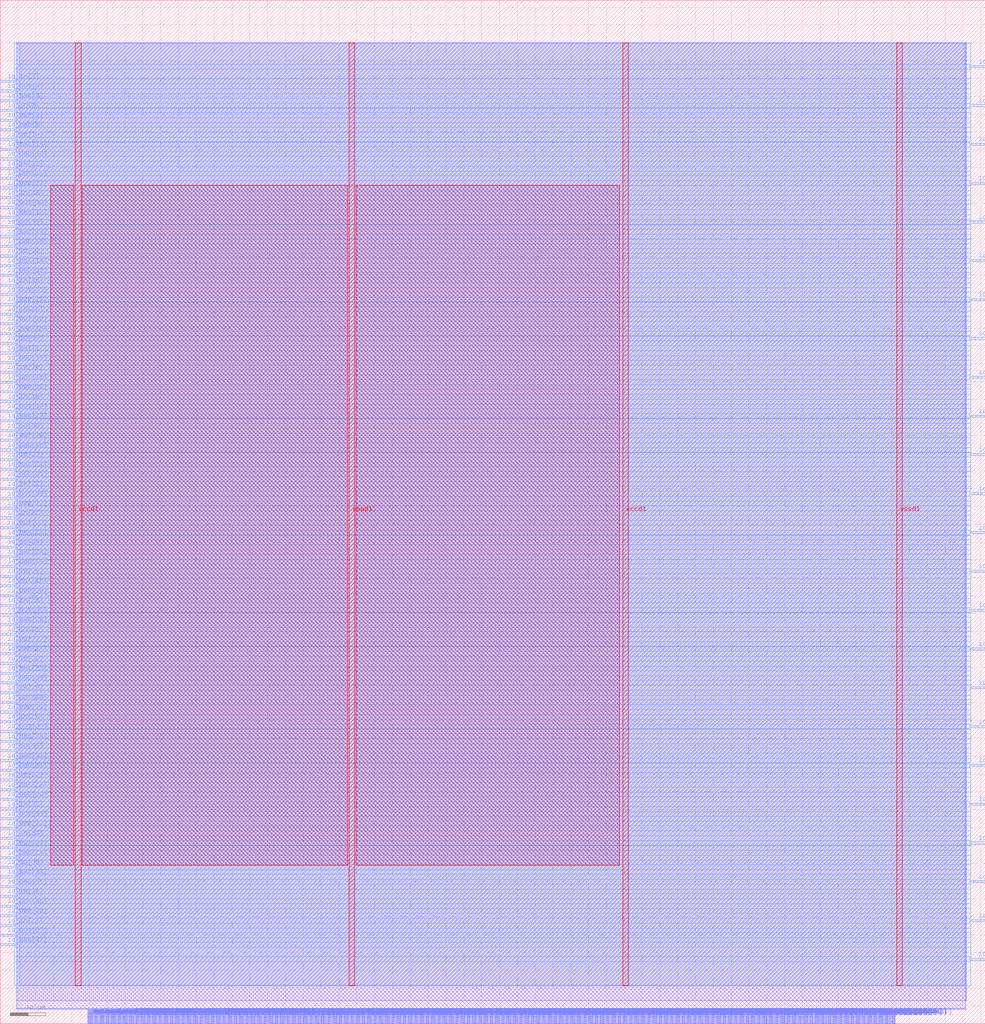
<source format=lef>
VERSION 5.7 ;
  NOWIREEXTENSIONATPIN ON ;
  DIVIDERCHAR "/" ;
  BUSBITCHARS "[]" ;
MACRO user_proj_example
  CLASS BLOCK ;
  FOREIGN user_proj_example ;
  ORIGIN 0.000 0.000 ;
  SIZE 276.250 BY 286.970 ;
  PIN io_in[0]
    DIRECTION INPUT ;
    USE SIGNAL ;
    ANTENNAGATEAREA 0.213000 ;
    PORT
      LAYER met3 ;
        RECT 272.250 17.720 276.250 18.320 ;
    END
  END io_in[0]
  PIN io_in[10]
    DIRECTION INPUT ;
    USE SIGNAL ;
    ANTENNAGATEAREA 0.196500 ;
    PORT
      LAYER met3 ;
        RECT 0.000 247.560 4.000 248.160 ;
    END
  END io_in[10]
  PIN io_in[11]
    DIRECTION INPUT ;
    USE SIGNAL ;
    ANTENNAGATEAREA 0.196500 ;
    PORT
      LAYER met3 ;
        RECT 0.000 239.400 4.000 240.000 ;
    END
  END io_in[11]
  PIN io_in[12]
    DIRECTION INPUT ;
    USE SIGNAL ;
    ANTENNAGATEAREA 0.213000 ;
    PORT
      LAYER met3 ;
        RECT 0.000 231.240 4.000 231.840 ;
    END
  END io_in[12]
  PIN io_in[13]
    DIRECTION INPUT ;
    USE SIGNAL ;
    ANTENNAGATEAREA 0.196500 ;
    PORT
      LAYER met3 ;
        RECT 0.000 223.080 4.000 223.680 ;
    END
  END io_in[13]
  PIN io_in[14]
    DIRECTION INPUT ;
    USE SIGNAL ;
    ANTENNAGATEAREA 0.126000 ;
    PORT
      LAYER met3 ;
        RECT 0.000 214.920 4.000 215.520 ;
    END
  END io_in[14]
  PIN io_in[15]
    DIRECTION INPUT ;
    USE SIGNAL ;
    ANTENNAGATEAREA 0.196500 ;
    PORT
      LAYER met3 ;
        RECT 0.000 206.760 4.000 207.360 ;
    END
  END io_in[15]
  PIN io_in[16]
    DIRECTION INPUT ;
    USE SIGNAL ;
    ANTENNAGATEAREA 0.196500 ;
    PORT
      LAYER met3 ;
        RECT 0.000 198.600 4.000 199.200 ;
    END
  END io_in[16]
  PIN io_in[17]
    DIRECTION INPUT ;
    USE SIGNAL ;
    ANTENNAGATEAREA 0.196500 ;
    PORT
      LAYER met3 ;
        RECT 0.000 190.440 4.000 191.040 ;
    END
  END io_in[17]
  PIN io_in[18]
    DIRECTION INPUT ;
    USE SIGNAL ;
    ANTENNAGATEAREA 0.196500 ;
    PORT
      LAYER met3 ;
        RECT 0.000 182.280 4.000 182.880 ;
    END
  END io_in[18]
  PIN io_in[19]
    DIRECTION INPUT ;
    USE SIGNAL ;
    ANTENNAGATEAREA 0.213000 ;
    PORT
      LAYER met3 ;
        RECT 0.000 174.120 4.000 174.720 ;
    END
  END io_in[19]
  PIN io_in[1]
    DIRECTION INPUT ;
    USE SIGNAL ;
    ANTENNAGATEAREA 0.213000 ;
    PORT
      LAYER met3 ;
        RECT 272.250 50.360 276.250 50.960 ;
    END
  END io_in[1]
  PIN io_in[20]
    DIRECTION INPUT ;
    USE SIGNAL ;
    ANTENNAGATEAREA 0.159000 ;
    PORT
      LAYER met3 ;
        RECT 0.000 165.960 4.000 166.560 ;
    END
  END io_in[20]
  PIN io_in[21]
    DIRECTION INPUT ;
    USE SIGNAL ;
    ANTENNAGATEAREA 0.213000 ;
    PORT
      LAYER met3 ;
        RECT 0.000 157.800 4.000 158.400 ;
    END
  END io_in[21]
  PIN io_in[22]
    DIRECTION INPUT ;
    USE SIGNAL ;
    ANTENNAGATEAREA 0.196500 ;
    PORT
      LAYER met3 ;
        RECT 0.000 149.640 4.000 150.240 ;
    END
  END io_in[22]
  PIN io_in[23]
    DIRECTION INPUT ;
    USE SIGNAL ;
    ANTENNAGATEAREA 0.213000 ;
    PORT
      LAYER met3 ;
        RECT 0.000 141.480 4.000 142.080 ;
    END
  END io_in[23]
  PIN io_in[24]
    DIRECTION INPUT ;
    USE SIGNAL ;
    ANTENNAGATEAREA 0.196500 ;
    PORT
      LAYER met3 ;
        RECT 0.000 133.320 4.000 133.920 ;
    END
  END io_in[24]
  PIN io_in[25]
    DIRECTION INPUT ;
    USE SIGNAL ;
    ANTENNAGATEAREA 0.196500 ;
    PORT
      LAYER met3 ;
        RECT 0.000 125.160 4.000 125.760 ;
    END
  END io_in[25]
  PIN io_in[26]
    DIRECTION INPUT ;
    USE SIGNAL ;
    ANTENNAGATEAREA 0.159000 ;
    PORT
      LAYER met3 ;
        RECT 0.000 117.000 4.000 117.600 ;
    END
  END io_in[26]
  PIN io_in[27]
    DIRECTION INPUT ;
    USE SIGNAL ;
    ANTENNAGATEAREA 0.196500 ;
    PORT
      LAYER met3 ;
        RECT 0.000 108.840 4.000 109.440 ;
    END
  END io_in[27]
  PIN io_in[28]
    DIRECTION INPUT ;
    USE SIGNAL ;
    ANTENNAGATEAREA 0.196500 ;
    PORT
      LAYER met3 ;
        RECT 0.000 100.680 4.000 101.280 ;
    END
  END io_in[28]
  PIN io_in[29]
    DIRECTION INPUT ;
    USE SIGNAL ;
    ANTENNAGATEAREA 0.196500 ;
    PORT
      LAYER met3 ;
        RECT 0.000 92.520 4.000 93.120 ;
    END
  END io_in[29]
  PIN io_in[2]
    DIRECTION INPUT ;
    USE SIGNAL ;
    ANTENNAGATEAREA 0.213000 ;
    PORT
      LAYER met3 ;
        RECT 272.250 83.000 276.250 83.600 ;
    END
  END io_in[2]
  PIN io_in[30]
    DIRECTION INPUT ;
    USE SIGNAL ;
    ANTENNAGATEAREA 0.126000 ;
    PORT
      LAYER met3 ;
        RECT 0.000 84.360 4.000 84.960 ;
    END
  END io_in[30]
  PIN io_in[31]
    DIRECTION INPUT ;
    USE SIGNAL ;
    ANTENNAGATEAREA 0.213000 ;
    PORT
      LAYER met3 ;
        RECT 0.000 76.200 4.000 76.800 ;
    END
  END io_in[31]
  PIN io_in[32]
    DIRECTION INPUT ;
    USE SIGNAL ;
    PORT
      LAYER met3 ;
        RECT 0.000 68.040 4.000 68.640 ;
    END
  END io_in[32]
  PIN io_in[33]
    DIRECTION INPUT ;
    USE SIGNAL ;
    PORT
      LAYER met3 ;
        RECT 0.000 59.880 4.000 60.480 ;
    END
  END io_in[33]
  PIN io_in[34]
    DIRECTION INPUT ;
    USE SIGNAL ;
    PORT
      LAYER met3 ;
        RECT 0.000 51.720 4.000 52.320 ;
    END
  END io_in[34]
  PIN io_in[35]
    DIRECTION INPUT ;
    USE SIGNAL ;
    PORT
      LAYER met3 ;
        RECT 0.000 43.560 4.000 44.160 ;
    END
  END io_in[35]
  PIN io_in[36]
    DIRECTION INPUT ;
    USE SIGNAL ;
    PORT
      LAYER met3 ;
        RECT 0.000 35.400 4.000 36.000 ;
    END
  END io_in[36]
  PIN io_in[37]
    DIRECTION INPUT ;
    USE SIGNAL ;
    PORT
      LAYER met3 ;
        RECT 0.000 27.240 4.000 27.840 ;
    END
  END io_in[37]
  PIN io_in[3]
    DIRECTION INPUT ;
    USE SIGNAL ;
    ANTENNAGATEAREA 0.159000 ;
    PORT
      LAYER met3 ;
        RECT 272.250 115.640 276.250 116.240 ;
    END
  END io_in[3]
  PIN io_in[4]
    DIRECTION INPUT ;
    USE SIGNAL ;
    ANTENNAGATEAREA 0.213000 ;
    PORT
      LAYER met3 ;
        RECT 272.250 148.280 276.250 148.880 ;
    END
  END io_in[4]
  PIN io_in[5]
    DIRECTION INPUT ;
    USE SIGNAL ;
    ANTENNAGATEAREA 0.196500 ;
    PORT
      LAYER met3 ;
        RECT 272.250 180.920 276.250 181.520 ;
    END
  END io_in[5]
  PIN io_in[6]
    DIRECTION INPUT ;
    USE SIGNAL ;
    ANTENNAGATEAREA 0.159000 ;
    PORT
      LAYER met3 ;
        RECT 272.250 213.560 276.250 214.160 ;
    END
  END io_in[6]
  PIN io_in[7]
    DIRECTION INPUT ;
    USE SIGNAL ;
    ANTENNAGATEAREA 0.213000 ;
    PORT
      LAYER met3 ;
        RECT 272.250 246.200 276.250 246.800 ;
    END
  END io_in[7]
  PIN io_in[8]
    DIRECTION INPUT ;
    USE SIGNAL ;
    ANTENNAGATEAREA 0.159000 ;
    PORT
      LAYER met3 ;
        RECT 0.000 263.880 4.000 264.480 ;
    END
  END io_in[8]
  PIN io_in[9]
    DIRECTION INPUT ;
    USE SIGNAL ;
    ANTENNAGATEAREA 0.196500 ;
    PORT
      LAYER met3 ;
        RECT 0.000 255.720 4.000 256.320 ;
    END
  END io_in[9]
  PIN io_oeb[0]
    DIRECTION OUTPUT TRISTATE ;
    USE SIGNAL ;
    PORT
      LAYER met3 ;
        RECT 272.250 39.480 276.250 40.080 ;
    END
  END io_oeb[0]
  PIN io_oeb[10]
    DIRECTION OUTPUT TRISTATE ;
    USE SIGNAL ;
    PORT
      LAYER met3 ;
        RECT 0.000 242.120 4.000 242.720 ;
    END
  END io_oeb[10]
  PIN io_oeb[11]
    DIRECTION OUTPUT TRISTATE ;
    USE SIGNAL ;
    PORT
      LAYER met3 ;
        RECT 0.000 233.960 4.000 234.560 ;
    END
  END io_oeb[11]
  PIN io_oeb[12]
    DIRECTION OUTPUT TRISTATE ;
    USE SIGNAL ;
    PORT
      LAYER met3 ;
        RECT 0.000 225.800 4.000 226.400 ;
    END
  END io_oeb[12]
  PIN io_oeb[13]
    DIRECTION OUTPUT TRISTATE ;
    USE SIGNAL ;
    PORT
      LAYER met3 ;
        RECT 0.000 217.640 4.000 218.240 ;
    END
  END io_oeb[13]
  PIN io_oeb[14]
    DIRECTION OUTPUT TRISTATE ;
    USE SIGNAL ;
    PORT
      LAYER met3 ;
        RECT 0.000 209.480 4.000 210.080 ;
    END
  END io_oeb[14]
  PIN io_oeb[15]
    DIRECTION OUTPUT TRISTATE ;
    USE SIGNAL ;
    PORT
      LAYER met3 ;
        RECT 0.000 201.320 4.000 201.920 ;
    END
  END io_oeb[15]
  PIN io_oeb[16]
    DIRECTION OUTPUT TRISTATE ;
    USE SIGNAL ;
    PORT
      LAYER met3 ;
        RECT 0.000 193.160 4.000 193.760 ;
    END
  END io_oeb[16]
  PIN io_oeb[17]
    DIRECTION OUTPUT TRISTATE ;
    USE SIGNAL ;
    PORT
      LAYER met3 ;
        RECT 0.000 185.000 4.000 185.600 ;
    END
  END io_oeb[17]
  PIN io_oeb[18]
    DIRECTION OUTPUT TRISTATE ;
    USE SIGNAL ;
    PORT
      LAYER met3 ;
        RECT 0.000 176.840 4.000 177.440 ;
    END
  END io_oeb[18]
  PIN io_oeb[19]
    DIRECTION OUTPUT TRISTATE ;
    USE SIGNAL ;
    PORT
      LAYER met3 ;
        RECT 0.000 168.680 4.000 169.280 ;
    END
  END io_oeb[19]
  PIN io_oeb[1]
    DIRECTION OUTPUT TRISTATE ;
    USE SIGNAL ;
    PORT
      LAYER met3 ;
        RECT 272.250 72.120 276.250 72.720 ;
    END
  END io_oeb[1]
  PIN io_oeb[20]
    DIRECTION OUTPUT TRISTATE ;
    USE SIGNAL ;
    PORT
      LAYER met3 ;
        RECT 0.000 160.520 4.000 161.120 ;
    END
  END io_oeb[20]
  PIN io_oeb[21]
    DIRECTION OUTPUT TRISTATE ;
    USE SIGNAL ;
    PORT
      LAYER met3 ;
        RECT 0.000 152.360 4.000 152.960 ;
    END
  END io_oeb[21]
  PIN io_oeb[22]
    DIRECTION OUTPUT TRISTATE ;
    USE SIGNAL ;
    PORT
      LAYER met3 ;
        RECT 0.000 144.200 4.000 144.800 ;
    END
  END io_oeb[22]
  PIN io_oeb[23]
    DIRECTION OUTPUT TRISTATE ;
    USE SIGNAL ;
    PORT
      LAYER met3 ;
        RECT 0.000 136.040 4.000 136.640 ;
    END
  END io_oeb[23]
  PIN io_oeb[24]
    DIRECTION OUTPUT TRISTATE ;
    USE SIGNAL ;
    PORT
      LAYER met3 ;
        RECT 0.000 127.880 4.000 128.480 ;
    END
  END io_oeb[24]
  PIN io_oeb[25]
    DIRECTION OUTPUT TRISTATE ;
    USE SIGNAL ;
    PORT
      LAYER met3 ;
        RECT 0.000 119.720 4.000 120.320 ;
    END
  END io_oeb[25]
  PIN io_oeb[26]
    DIRECTION OUTPUT TRISTATE ;
    USE SIGNAL ;
    PORT
      LAYER met3 ;
        RECT 0.000 111.560 4.000 112.160 ;
    END
  END io_oeb[26]
  PIN io_oeb[27]
    DIRECTION OUTPUT TRISTATE ;
    USE SIGNAL ;
    PORT
      LAYER met3 ;
        RECT 0.000 103.400 4.000 104.000 ;
    END
  END io_oeb[27]
  PIN io_oeb[28]
    DIRECTION OUTPUT TRISTATE ;
    USE SIGNAL ;
    PORT
      LAYER met3 ;
        RECT 0.000 95.240 4.000 95.840 ;
    END
  END io_oeb[28]
  PIN io_oeb[29]
    DIRECTION OUTPUT TRISTATE ;
    USE SIGNAL ;
    PORT
      LAYER met3 ;
        RECT 0.000 87.080 4.000 87.680 ;
    END
  END io_oeb[29]
  PIN io_oeb[2]
    DIRECTION OUTPUT TRISTATE ;
    USE SIGNAL ;
    PORT
      LAYER met3 ;
        RECT 272.250 104.760 276.250 105.360 ;
    END
  END io_oeb[2]
  PIN io_oeb[30]
    DIRECTION OUTPUT TRISTATE ;
    USE SIGNAL ;
    PORT
      LAYER met3 ;
        RECT 0.000 78.920 4.000 79.520 ;
    END
  END io_oeb[30]
  PIN io_oeb[31]
    DIRECTION OUTPUT TRISTATE ;
    USE SIGNAL ;
    PORT
      LAYER met3 ;
        RECT 0.000 70.760 4.000 71.360 ;
    END
  END io_oeb[31]
  PIN io_oeb[32]
    DIRECTION OUTPUT TRISTATE ;
    USE SIGNAL ;
    PORT
      LAYER met3 ;
        RECT 0.000 62.600 4.000 63.200 ;
    END
  END io_oeb[32]
  PIN io_oeb[33]
    DIRECTION OUTPUT TRISTATE ;
    USE SIGNAL ;
    PORT
      LAYER met3 ;
        RECT 0.000 54.440 4.000 55.040 ;
    END
  END io_oeb[33]
  PIN io_oeb[34]
    DIRECTION OUTPUT TRISTATE ;
    USE SIGNAL ;
    PORT
      LAYER met3 ;
        RECT 0.000 46.280 4.000 46.880 ;
    END
  END io_oeb[34]
  PIN io_oeb[35]
    DIRECTION OUTPUT TRISTATE ;
    USE SIGNAL ;
    PORT
      LAYER met3 ;
        RECT 0.000 38.120 4.000 38.720 ;
    END
  END io_oeb[35]
  PIN io_oeb[36]
    DIRECTION OUTPUT TRISTATE ;
    USE SIGNAL ;
    PORT
      LAYER met3 ;
        RECT 0.000 29.960 4.000 30.560 ;
    END
  END io_oeb[36]
  PIN io_oeb[37]
    DIRECTION OUTPUT TRISTATE ;
    USE SIGNAL ;
    PORT
      LAYER met3 ;
        RECT 0.000 21.800 4.000 22.400 ;
    END
  END io_oeb[37]
  PIN io_oeb[3]
    DIRECTION OUTPUT TRISTATE ;
    USE SIGNAL ;
    PORT
      LAYER met3 ;
        RECT 272.250 137.400 276.250 138.000 ;
    END
  END io_oeb[3]
  PIN io_oeb[4]
    DIRECTION OUTPUT TRISTATE ;
    USE SIGNAL ;
    PORT
      LAYER met3 ;
        RECT 272.250 170.040 276.250 170.640 ;
    END
  END io_oeb[4]
  PIN io_oeb[5]
    DIRECTION OUTPUT TRISTATE ;
    USE SIGNAL ;
    PORT
      LAYER met3 ;
        RECT 272.250 202.680 276.250 203.280 ;
    END
  END io_oeb[5]
  PIN io_oeb[6]
    DIRECTION OUTPUT TRISTATE ;
    USE SIGNAL ;
    PORT
      LAYER met3 ;
        RECT 272.250 235.320 276.250 235.920 ;
    END
  END io_oeb[6]
  PIN io_oeb[7]
    DIRECTION OUTPUT TRISTATE ;
    USE SIGNAL ;
    PORT
      LAYER met3 ;
        RECT 272.250 267.960 276.250 268.560 ;
    END
  END io_oeb[7]
  PIN io_oeb[8]
    DIRECTION OUTPUT TRISTATE ;
    USE SIGNAL ;
    PORT
      LAYER met3 ;
        RECT 0.000 258.440 4.000 259.040 ;
    END
  END io_oeb[8]
  PIN io_oeb[9]
    DIRECTION OUTPUT TRISTATE ;
    USE SIGNAL ;
    PORT
      LAYER met3 ;
        RECT 0.000 250.280 4.000 250.880 ;
    END
  END io_oeb[9]
  PIN io_out[0]
    DIRECTION OUTPUT TRISTATE ;
    USE SIGNAL ;
    PORT
      LAYER met3 ;
        RECT 272.250 28.600 276.250 29.200 ;
    END
  END io_out[0]
  PIN io_out[10]
    DIRECTION OUTPUT TRISTATE ;
    USE SIGNAL ;
    PORT
      LAYER met3 ;
        RECT 0.000 244.840 4.000 245.440 ;
    END
  END io_out[10]
  PIN io_out[11]
    DIRECTION OUTPUT TRISTATE ;
    USE SIGNAL ;
    PORT
      LAYER met3 ;
        RECT 0.000 236.680 4.000 237.280 ;
    END
  END io_out[11]
  PIN io_out[12]
    DIRECTION OUTPUT TRISTATE ;
    USE SIGNAL ;
    PORT
      LAYER met3 ;
        RECT 0.000 228.520 4.000 229.120 ;
    END
  END io_out[12]
  PIN io_out[13]
    DIRECTION OUTPUT TRISTATE ;
    USE SIGNAL ;
    PORT
      LAYER met3 ;
        RECT 0.000 220.360 4.000 220.960 ;
    END
  END io_out[13]
  PIN io_out[14]
    DIRECTION OUTPUT TRISTATE ;
    USE SIGNAL ;
    PORT
      LAYER met3 ;
        RECT 0.000 212.200 4.000 212.800 ;
    END
  END io_out[14]
  PIN io_out[15]
    DIRECTION OUTPUT TRISTATE ;
    USE SIGNAL ;
    PORT
      LAYER met3 ;
        RECT 0.000 204.040 4.000 204.640 ;
    END
  END io_out[15]
  PIN io_out[16]
    DIRECTION OUTPUT TRISTATE ;
    USE SIGNAL ;
    PORT
      LAYER met3 ;
        RECT 0.000 195.880 4.000 196.480 ;
    END
  END io_out[16]
  PIN io_out[17]
    DIRECTION OUTPUT TRISTATE ;
    USE SIGNAL ;
    PORT
      LAYER met3 ;
        RECT 0.000 187.720 4.000 188.320 ;
    END
  END io_out[17]
  PIN io_out[18]
    DIRECTION OUTPUT TRISTATE ;
    USE SIGNAL ;
    PORT
      LAYER met3 ;
        RECT 0.000 179.560 4.000 180.160 ;
    END
  END io_out[18]
  PIN io_out[19]
    DIRECTION OUTPUT TRISTATE ;
    USE SIGNAL ;
    PORT
      LAYER met3 ;
        RECT 0.000 171.400 4.000 172.000 ;
    END
  END io_out[19]
  PIN io_out[1]
    DIRECTION OUTPUT TRISTATE ;
    USE SIGNAL ;
    PORT
      LAYER met3 ;
        RECT 272.250 61.240 276.250 61.840 ;
    END
  END io_out[1]
  PIN io_out[20]
    DIRECTION OUTPUT TRISTATE ;
    USE SIGNAL ;
    PORT
      LAYER met3 ;
        RECT 0.000 163.240 4.000 163.840 ;
    END
  END io_out[20]
  PIN io_out[21]
    DIRECTION OUTPUT TRISTATE ;
    USE SIGNAL ;
    PORT
      LAYER met3 ;
        RECT 0.000 155.080 4.000 155.680 ;
    END
  END io_out[21]
  PIN io_out[22]
    DIRECTION OUTPUT TRISTATE ;
    USE SIGNAL ;
    PORT
      LAYER met3 ;
        RECT 0.000 146.920 4.000 147.520 ;
    END
  END io_out[22]
  PIN io_out[23]
    DIRECTION OUTPUT TRISTATE ;
    USE SIGNAL ;
    PORT
      LAYER met3 ;
        RECT 0.000 138.760 4.000 139.360 ;
    END
  END io_out[23]
  PIN io_out[24]
    DIRECTION OUTPUT TRISTATE ;
    USE SIGNAL ;
    PORT
      LAYER met3 ;
        RECT 0.000 130.600 4.000 131.200 ;
    END
  END io_out[24]
  PIN io_out[25]
    DIRECTION OUTPUT TRISTATE ;
    USE SIGNAL ;
    PORT
      LAYER met3 ;
        RECT 0.000 122.440 4.000 123.040 ;
    END
  END io_out[25]
  PIN io_out[26]
    DIRECTION OUTPUT TRISTATE ;
    USE SIGNAL ;
    PORT
      LAYER met3 ;
        RECT 0.000 114.280 4.000 114.880 ;
    END
  END io_out[26]
  PIN io_out[27]
    DIRECTION OUTPUT TRISTATE ;
    USE SIGNAL ;
    PORT
      LAYER met3 ;
        RECT 0.000 106.120 4.000 106.720 ;
    END
  END io_out[27]
  PIN io_out[28]
    DIRECTION OUTPUT TRISTATE ;
    USE SIGNAL ;
    PORT
      LAYER met3 ;
        RECT 0.000 97.960 4.000 98.560 ;
    END
  END io_out[28]
  PIN io_out[29]
    DIRECTION OUTPUT TRISTATE ;
    USE SIGNAL ;
    PORT
      LAYER met3 ;
        RECT 0.000 89.800 4.000 90.400 ;
    END
  END io_out[29]
  PIN io_out[2]
    DIRECTION OUTPUT TRISTATE ;
    USE SIGNAL ;
    PORT
      LAYER met3 ;
        RECT 272.250 93.880 276.250 94.480 ;
    END
  END io_out[2]
  PIN io_out[30]
    DIRECTION OUTPUT TRISTATE ;
    USE SIGNAL ;
    PORT
      LAYER met3 ;
        RECT 0.000 81.640 4.000 82.240 ;
    END
  END io_out[30]
  PIN io_out[31]
    DIRECTION OUTPUT TRISTATE ;
    USE SIGNAL ;
    PORT
      LAYER met3 ;
        RECT 0.000 73.480 4.000 74.080 ;
    END
  END io_out[31]
  PIN io_out[32]
    DIRECTION OUTPUT TRISTATE ;
    USE SIGNAL ;
    PORT
      LAYER met3 ;
        RECT 0.000 65.320 4.000 65.920 ;
    END
  END io_out[32]
  PIN io_out[33]
    DIRECTION OUTPUT TRISTATE ;
    USE SIGNAL ;
    PORT
      LAYER met3 ;
        RECT 0.000 57.160 4.000 57.760 ;
    END
  END io_out[33]
  PIN io_out[34]
    DIRECTION OUTPUT TRISTATE ;
    USE SIGNAL ;
    PORT
      LAYER met3 ;
        RECT 0.000 49.000 4.000 49.600 ;
    END
  END io_out[34]
  PIN io_out[35]
    DIRECTION OUTPUT TRISTATE ;
    USE SIGNAL ;
    PORT
      LAYER met3 ;
        RECT 0.000 40.840 4.000 41.440 ;
    END
  END io_out[35]
  PIN io_out[36]
    DIRECTION OUTPUT TRISTATE ;
    USE SIGNAL ;
    PORT
      LAYER met3 ;
        RECT 0.000 32.680 4.000 33.280 ;
    END
  END io_out[36]
  PIN io_out[37]
    DIRECTION OUTPUT TRISTATE ;
    USE SIGNAL ;
    PORT
      LAYER met3 ;
        RECT 0.000 24.520 4.000 25.120 ;
    END
  END io_out[37]
  PIN io_out[3]
    DIRECTION OUTPUT TRISTATE ;
    USE SIGNAL ;
    PORT
      LAYER met3 ;
        RECT 272.250 126.520 276.250 127.120 ;
    END
  END io_out[3]
  PIN io_out[4]
    DIRECTION OUTPUT TRISTATE ;
    USE SIGNAL ;
    PORT
      LAYER met3 ;
        RECT 272.250 159.160 276.250 159.760 ;
    END
  END io_out[4]
  PIN io_out[5]
    DIRECTION OUTPUT TRISTATE ;
    USE SIGNAL ;
    ANTENNADIFFAREA 2.673000 ;
    PORT
      LAYER met3 ;
        RECT 272.250 191.800 276.250 192.400 ;
    END
  END io_out[5]
  PIN io_out[6]
    DIRECTION OUTPUT TRISTATE ;
    USE SIGNAL ;
    PORT
      LAYER met3 ;
        RECT 272.250 224.440 276.250 225.040 ;
    END
  END io_out[6]
  PIN io_out[7]
    DIRECTION OUTPUT TRISTATE ;
    USE SIGNAL ;
    PORT
      LAYER met3 ;
        RECT 272.250 257.080 276.250 257.680 ;
    END
  END io_out[7]
  PIN io_out[8]
    DIRECTION OUTPUT TRISTATE ;
    USE SIGNAL ;
    PORT
      LAYER met3 ;
        RECT 0.000 261.160 4.000 261.760 ;
    END
  END io_out[8]
  PIN io_out[9]
    DIRECTION OUTPUT TRISTATE ;
    USE SIGNAL ;
    PORT
      LAYER met3 ;
        RECT 0.000 253.000 4.000 253.600 ;
    END
  END io_out[9]
  PIN irq[0]
    DIRECTION OUTPUT TRISTATE ;
    USE SIGNAL ;
    PORT
      LAYER met2 ;
        RECT 249.870 0.000 250.150 4.000 ;
    END
  END irq[0]
  PIN irq[1]
    DIRECTION OUTPUT TRISTATE ;
    USE SIGNAL ;
    PORT
      LAYER met2 ;
        RECT 250.330 0.000 250.610 4.000 ;
    END
  END irq[1]
  PIN irq[2]
    DIRECTION OUTPUT TRISTATE ;
    USE SIGNAL ;
    PORT
      LAYER met2 ;
        RECT 250.790 0.000 251.070 4.000 ;
    END
  END irq[2]
  PIN la_data_in[0]
    DIRECTION INPUT ;
    USE SIGNAL ;
    PORT
      LAYER met2 ;
        RECT 73.230 0.000 73.510 4.000 ;
    END
  END la_data_in[0]
  PIN la_data_in[100]
    DIRECTION INPUT ;
    USE SIGNAL ;
    PORT
      LAYER met2 ;
        RECT 211.230 0.000 211.510 4.000 ;
    END
  END la_data_in[100]
  PIN la_data_in[101]
    DIRECTION INPUT ;
    USE SIGNAL ;
    PORT
      LAYER met2 ;
        RECT 212.610 0.000 212.890 4.000 ;
    END
  END la_data_in[101]
  PIN la_data_in[102]
    DIRECTION INPUT ;
    USE SIGNAL ;
    PORT
      LAYER met2 ;
        RECT 213.990 0.000 214.270 4.000 ;
    END
  END la_data_in[102]
  PIN la_data_in[103]
    DIRECTION INPUT ;
    USE SIGNAL ;
    PORT
      LAYER met2 ;
        RECT 215.370 0.000 215.650 4.000 ;
    END
  END la_data_in[103]
  PIN la_data_in[104]
    DIRECTION INPUT ;
    USE SIGNAL ;
    PORT
      LAYER met2 ;
        RECT 216.750 0.000 217.030 4.000 ;
    END
  END la_data_in[104]
  PIN la_data_in[105]
    DIRECTION INPUT ;
    USE SIGNAL ;
    PORT
      LAYER met2 ;
        RECT 218.130 0.000 218.410 4.000 ;
    END
  END la_data_in[105]
  PIN la_data_in[106]
    DIRECTION INPUT ;
    USE SIGNAL ;
    PORT
      LAYER met2 ;
        RECT 219.510 0.000 219.790 4.000 ;
    END
  END la_data_in[106]
  PIN la_data_in[107]
    DIRECTION INPUT ;
    USE SIGNAL ;
    PORT
      LAYER met2 ;
        RECT 220.890 0.000 221.170 4.000 ;
    END
  END la_data_in[107]
  PIN la_data_in[108]
    DIRECTION INPUT ;
    USE SIGNAL ;
    PORT
      LAYER met2 ;
        RECT 222.270 0.000 222.550 4.000 ;
    END
  END la_data_in[108]
  PIN la_data_in[109]
    DIRECTION INPUT ;
    USE SIGNAL ;
    PORT
      LAYER met2 ;
        RECT 223.650 0.000 223.930 4.000 ;
    END
  END la_data_in[109]
  PIN la_data_in[10]
    DIRECTION INPUT ;
    USE SIGNAL ;
    PORT
      LAYER met2 ;
        RECT 87.030 0.000 87.310 4.000 ;
    END
  END la_data_in[10]
  PIN la_data_in[110]
    DIRECTION INPUT ;
    USE SIGNAL ;
    PORT
      LAYER met2 ;
        RECT 225.030 0.000 225.310 4.000 ;
    END
  END la_data_in[110]
  PIN la_data_in[111]
    DIRECTION INPUT ;
    USE SIGNAL ;
    PORT
      LAYER met2 ;
        RECT 226.410 0.000 226.690 4.000 ;
    END
  END la_data_in[111]
  PIN la_data_in[112]
    DIRECTION INPUT ;
    USE SIGNAL ;
    PORT
      LAYER met2 ;
        RECT 227.790 0.000 228.070 4.000 ;
    END
  END la_data_in[112]
  PIN la_data_in[113]
    DIRECTION INPUT ;
    USE SIGNAL ;
    PORT
      LAYER met2 ;
        RECT 229.170 0.000 229.450 4.000 ;
    END
  END la_data_in[113]
  PIN la_data_in[114]
    DIRECTION INPUT ;
    USE SIGNAL ;
    PORT
      LAYER met2 ;
        RECT 230.550 0.000 230.830 4.000 ;
    END
  END la_data_in[114]
  PIN la_data_in[115]
    DIRECTION INPUT ;
    USE SIGNAL ;
    PORT
      LAYER met2 ;
        RECT 231.930 0.000 232.210 4.000 ;
    END
  END la_data_in[115]
  PIN la_data_in[116]
    DIRECTION INPUT ;
    USE SIGNAL ;
    PORT
      LAYER met2 ;
        RECT 233.310 0.000 233.590 4.000 ;
    END
  END la_data_in[116]
  PIN la_data_in[117]
    DIRECTION INPUT ;
    USE SIGNAL ;
    PORT
      LAYER met2 ;
        RECT 234.690 0.000 234.970 4.000 ;
    END
  END la_data_in[117]
  PIN la_data_in[118]
    DIRECTION INPUT ;
    USE SIGNAL ;
    PORT
      LAYER met2 ;
        RECT 236.070 0.000 236.350 4.000 ;
    END
  END la_data_in[118]
  PIN la_data_in[119]
    DIRECTION INPUT ;
    USE SIGNAL ;
    PORT
      LAYER met2 ;
        RECT 237.450 0.000 237.730 4.000 ;
    END
  END la_data_in[119]
  PIN la_data_in[11]
    DIRECTION INPUT ;
    USE SIGNAL ;
    PORT
      LAYER met2 ;
        RECT 88.410 0.000 88.690 4.000 ;
    END
  END la_data_in[11]
  PIN la_data_in[120]
    DIRECTION INPUT ;
    USE SIGNAL ;
    PORT
      LAYER met2 ;
        RECT 238.830 0.000 239.110 4.000 ;
    END
  END la_data_in[120]
  PIN la_data_in[121]
    DIRECTION INPUT ;
    USE SIGNAL ;
    PORT
      LAYER met2 ;
        RECT 240.210 0.000 240.490 4.000 ;
    END
  END la_data_in[121]
  PIN la_data_in[122]
    DIRECTION INPUT ;
    USE SIGNAL ;
    PORT
      LAYER met2 ;
        RECT 241.590 0.000 241.870 4.000 ;
    END
  END la_data_in[122]
  PIN la_data_in[123]
    DIRECTION INPUT ;
    USE SIGNAL ;
    PORT
      LAYER met2 ;
        RECT 242.970 0.000 243.250 4.000 ;
    END
  END la_data_in[123]
  PIN la_data_in[124]
    DIRECTION INPUT ;
    USE SIGNAL ;
    PORT
      LAYER met2 ;
        RECT 244.350 0.000 244.630 4.000 ;
    END
  END la_data_in[124]
  PIN la_data_in[125]
    DIRECTION INPUT ;
    USE SIGNAL ;
    PORT
      LAYER met2 ;
        RECT 245.730 0.000 246.010 4.000 ;
    END
  END la_data_in[125]
  PIN la_data_in[126]
    DIRECTION INPUT ;
    USE SIGNAL ;
    PORT
      LAYER met2 ;
        RECT 247.110 0.000 247.390 4.000 ;
    END
  END la_data_in[126]
  PIN la_data_in[127]
    DIRECTION INPUT ;
    USE SIGNAL ;
    PORT
      LAYER met2 ;
        RECT 248.490 0.000 248.770 4.000 ;
    END
  END la_data_in[127]
  PIN la_data_in[12]
    DIRECTION INPUT ;
    USE SIGNAL ;
    PORT
      LAYER met2 ;
        RECT 89.790 0.000 90.070 4.000 ;
    END
  END la_data_in[12]
  PIN la_data_in[13]
    DIRECTION INPUT ;
    USE SIGNAL ;
    PORT
      LAYER met2 ;
        RECT 91.170 0.000 91.450 4.000 ;
    END
  END la_data_in[13]
  PIN la_data_in[14]
    DIRECTION INPUT ;
    USE SIGNAL ;
    PORT
      LAYER met2 ;
        RECT 92.550 0.000 92.830 4.000 ;
    END
  END la_data_in[14]
  PIN la_data_in[15]
    DIRECTION INPUT ;
    USE SIGNAL ;
    PORT
      LAYER met2 ;
        RECT 93.930 0.000 94.210 4.000 ;
    END
  END la_data_in[15]
  PIN la_data_in[16]
    DIRECTION INPUT ;
    USE SIGNAL ;
    PORT
      LAYER met2 ;
        RECT 95.310 0.000 95.590 4.000 ;
    END
  END la_data_in[16]
  PIN la_data_in[17]
    DIRECTION INPUT ;
    USE SIGNAL ;
    PORT
      LAYER met2 ;
        RECT 96.690 0.000 96.970 4.000 ;
    END
  END la_data_in[17]
  PIN la_data_in[18]
    DIRECTION INPUT ;
    USE SIGNAL ;
    PORT
      LAYER met2 ;
        RECT 98.070 0.000 98.350 4.000 ;
    END
  END la_data_in[18]
  PIN la_data_in[19]
    DIRECTION INPUT ;
    USE SIGNAL ;
    PORT
      LAYER met2 ;
        RECT 99.450 0.000 99.730 4.000 ;
    END
  END la_data_in[19]
  PIN la_data_in[1]
    DIRECTION INPUT ;
    USE SIGNAL ;
    PORT
      LAYER met2 ;
        RECT 74.610 0.000 74.890 4.000 ;
    END
  END la_data_in[1]
  PIN la_data_in[20]
    DIRECTION INPUT ;
    USE SIGNAL ;
    PORT
      LAYER met2 ;
        RECT 100.830 0.000 101.110 4.000 ;
    END
  END la_data_in[20]
  PIN la_data_in[21]
    DIRECTION INPUT ;
    USE SIGNAL ;
    PORT
      LAYER met2 ;
        RECT 102.210 0.000 102.490 4.000 ;
    END
  END la_data_in[21]
  PIN la_data_in[22]
    DIRECTION INPUT ;
    USE SIGNAL ;
    PORT
      LAYER met2 ;
        RECT 103.590 0.000 103.870 4.000 ;
    END
  END la_data_in[22]
  PIN la_data_in[23]
    DIRECTION INPUT ;
    USE SIGNAL ;
    PORT
      LAYER met2 ;
        RECT 104.970 0.000 105.250 4.000 ;
    END
  END la_data_in[23]
  PIN la_data_in[24]
    DIRECTION INPUT ;
    USE SIGNAL ;
    PORT
      LAYER met2 ;
        RECT 106.350 0.000 106.630 4.000 ;
    END
  END la_data_in[24]
  PIN la_data_in[25]
    DIRECTION INPUT ;
    USE SIGNAL ;
    PORT
      LAYER met2 ;
        RECT 107.730 0.000 108.010 4.000 ;
    END
  END la_data_in[25]
  PIN la_data_in[26]
    DIRECTION INPUT ;
    USE SIGNAL ;
    PORT
      LAYER met2 ;
        RECT 109.110 0.000 109.390 4.000 ;
    END
  END la_data_in[26]
  PIN la_data_in[27]
    DIRECTION INPUT ;
    USE SIGNAL ;
    PORT
      LAYER met2 ;
        RECT 110.490 0.000 110.770 4.000 ;
    END
  END la_data_in[27]
  PIN la_data_in[28]
    DIRECTION INPUT ;
    USE SIGNAL ;
    PORT
      LAYER met2 ;
        RECT 111.870 0.000 112.150 4.000 ;
    END
  END la_data_in[28]
  PIN la_data_in[29]
    DIRECTION INPUT ;
    USE SIGNAL ;
    PORT
      LAYER met2 ;
        RECT 113.250 0.000 113.530 4.000 ;
    END
  END la_data_in[29]
  PIN la_data_in[2]
    DIRECTION INPUT ;
    USE SIGNAL ;
    PORT
      LAYER met2 ;
        RECT 75.990 0.000 76.270 4.000 ;
    END
  END la_data_in[2]
  PIN la_data_in[30]
    DIRECTION INPUT ;
    USE SIGNAL ;
    PORT
      LAYER met2 ;
        RECT 114.630 0.000 114.910 4.000 ;
    END
  END la_data_in[30]
  PIN la_data_in[31]
    DIRECTION INPUT ;
    USE SIGNAL ;
    PORT
      LAYER met2 ;
        RECT 116.010 0.000 116.290 4.000 ;
    END
  END la_data_in[31]
  PIN la_data_in[32]
    DIRECTION INPUT ;
    USE SIGNAL ;
    PORT
      LAYER met2 ;
        RECT 117.390 0.000 117.670 4.000 ;
    END
  END la_data_in[32]
  PIN la_data_in[33]
    DIRECTION INPUT ;
    USE SIGNAL ;
    PORT
      LAYER met2 ;
        RECT 118.770 0.000 119.050 4.000 ;
    END
  END la_data_in[33]
  PIN la_data_in[34]
    DIRECTION INPUT ;
    USE SIGNAL ;
    PORT
      LAYER met2 ;
        RECT 120.150 0.000 120.430 4.000 ;
    END
  END la_data_in[34]
  PIN la_data_in[35]
    DIRECTION INPUT ;
    USE SIGNAL ;
    PORT
      LAYER met2 ;
        RECT 121.530 0.000 121.810 4.000 ;
    END
  END la_data_in[35]
  PIN la_data_in[36]
    DIRECTION INPUT ;
    USE SIGNAL ;
    PORT
      LAYER met2 ;
        RECT 122.910 0.000 123.190 4.000 ;
    END
  END la_data_in[36]
  PIN la_data_in[37]
    DIRECTION INPUT ;
    USE SIGNAL ;
    PORT
      LAYER met2 ;
        RECT 124.290 0.000 124.570 4.000 ;
    END
  END la_data_in[37]
  PIN la_data_in[38]
    DIRECTION INPUT ;
    USE SIGNAL ;
    PORT
      LAYER met2 ;
        RECT 125.670 0.000 125.950 4.000 ;
    END
  END la_data_in[38]
  PIN la_data_in[39]
    DIRECTION INPUT ;
    USE SIGNAL ;
    PORT
      LAYER met2 ;
        RECT 127.050 0.000 127.330 4.000 ;
    END
  END la_data_in[39]
  PIN la_data_in[3]
    DIRECTION INPUT ;
    USE SIGNAL ;
    PORT
      LAYER met2 ;
        RECT 77.370 0.000 77.650 4.000 ;
    END
  END la_data_in[3]
  PIN la_data_in[40]
    DIRECTION INPUT ;
    USE SIGNAL ;
    PORT
      LAYER met2 ;
        RECT 128.430 0.000 128.710 4.000 ;
    END
  END la_data_in[40]
  PIN la_data_in[41]
    DIRECTION INPUT ;
    USE SIGNAL ;
    PORT
      LAYER met2 ;
        RECT 129.810 0.000 130.090 4.000 ;
    END
  END la_data_in[41]
  PIN la_data_in[42]
    DIRECTION INPUT ;
    USE SIGNAL ;
    PORT
      LAYER met2 ;
        RECT 131.190 0.000 131.470 4.000 ;
    END
  END la_data_in[42]
  PIN la_data_in[43]
    DIRECTION INPUT ;
    USE SIGNAL ;
    PORT
      LAYER met2 ;
        RECT 132.570 0.000 132.850 4.000 ;
    END
  END la_data_in[43]
  PIN la_data_in[44]
    DIRECTION INPUT ;
    USE SIGNAL ;
    PORT
      LAYER met2 ;
        RECT 133.950 0.000 134.230 4.000 ;
    END
  END la_data_in[44]
  PIN la_data_in[45]
    DIRECTION INPUT ;
    USE SIGNAL ;
    PORT
      LAYER met2 ;
        RECT 135.330 0.000 135.610 4.000 ;
    END
  END la_data_in[45]
  PIN la_data_in[46]
    DIRECTION INPUT ;
    USE SIGNAL ;
    PORT
      LAYER met2 ;
        RECT 136.710 0.000 136.990 4.000 ;
    END
  END la_data_in[46]
  PIN la_data_in[47]
    DIRECTION INPUT ;
    USE SIGNAL ;
    PORT
      LAYER met2 ;
        RECT 138.090 0.000 138.370 4.000 ;
    END
  END la_data_in[47]
  PIN la_data_in[48]
    DIRECTION INPUT ;
    USE SIGNAL ;
    PORT
      LAYER met2 ;
        RECT 139.470 0.000 139.750 4.000 ;
    END
  END la_data_in[48]
  PIN la_data_in[49]
    DIRECTION INPUT ;
    USE SIGNAL ;
    PORT
      LAYER met2 ;
        RECT 140.850 0.000 141.130 4.000 ;
    END
  END la_data_in[49]
  PIN la_data_in[4]
    DIRECTION INPUT ;
    USE SIGNAL ;
    PORT
      LAYER met2 ;
        RECT 78.750 0.000 79.030 4.000 ;
    END
  END la_data_in[4]
  PIN la_data_in[50]
    DIRECTION INPUT ;
    USE SIGNAL ;
    PORT
      LAYER met2 ;
        RECT 142.230 0.000 142.510 4.000 ;
    END
  END la_data_in[50]
  PIN la_data_in[51]
    DIRECTION INPUT ;
    USE SIGNAL ;
    PORT
      LAYER met2 ;
        RECT 143.610 0.000 143.890 4.000 ;
    END
  END la_data_in[51]
  PIN la_data_in[52]
    DIRECTION INPUT ;
    USE SIGNAL ;
    PORT
      LAYER met2 ;
        RECT 144.990 0.000 145.270 4.000 ;
    END
  END la_data_in[52]
  PIN la_data_in[53]
    DIRECTION INPUT ;
    USE SIGNAL ;
    PORT
      LAYER met2 ;
        RECT 146.370 0.000 146.650 4.000 ;
    END
  END la_data_in[53]
  PIN la_data_in[54]
    DIRECTION INPUT ;
    USE SIGNAL ;
    PORT
      LAYER met2 ;
        RECT 147.750 0.000 148.030 4.000 ;
    END
  END la_data_in[54]
  PIN la_data_in[55]
    DIRECTION INPUT ;
    USE SIGNAL ;
    PORT
      LAYER met2 ;
        RECT 149.130 0.000 149.410 4.000 ;
    END
  END la_data_in[55]
  PIN la_data_in[56]
    DIRECTION INPUT ;
    USE SIGNAL ;
    PORT
      LAYER met2 ;
        RECT 150.510 0.000 150.790 4.000 ;
    END
  END la_data_in[56]
  PIN la_data_in[57]
    DIRECTION INPUT ;
    USE SIGNAL ;
    PORT
      LAYER met2 ;
        RECT 151.890 0.000 152.170 4.000 ;
    END
  END la_data_in[57]
  PIN la_data_in[58]
    DIRECTION INPUT ;
    USE SIGNAL ;
    PORT
      LAYER met2 ;
        RECT 153.270 0.000 153.550 4.000 ;
    END
  END la_data_in[58]
  PIN la_data_in[59]
    DIRECTION INPUT ;
    USE SIGNAL ;
    PORT
      LAYER met2 ;
        RECT 154.650 0.000 154.930 4.000 ;
    END
  END la_data_in[59]
  PIN la_data_in[5]
    DIRECTION INPUT ;
    USE SIGNAL ;
    PORT
      LAYER met2 ;
        RECT 80.130 0.000 80.410 4.000 ;
    END
  END la_data_in[5]
  PIN la_data_in[60]
    DIRECTION INPUT ;
    USE SIGNAL ;
    PORT
      LAYER met2 ;
        RECT 156.030 0.000 156.310 4.000 ;
    END
  END la_data_in[60]
  PIN la_data_in[61]
    DIRECTION INPUT ;
    USE SIGNAL ;
    PORT
      LAYER met2 ;
        RECT 157.410 0.000 157.690 4.000 ;
    END
  END la_data_in[61]
  PIN la_data_in[62]
    DIRECTION INPUT ;
    USE SIGNAL ;
    PORT
      LAYER met2 ;
        RECT 158.790 0.000 159.070 4.000 ;
    END
  END la_data_in[62]
  PIN la_data_in[63]
    DIRECTION INPUT ;
    USE SIGNAL ;
    PORT
      LAYER met2 ;
        RECT 160.170 0.000 160.450 4.000 ;
    END
  END la_data_in[63]
  PIN la_data_in[64]
    DIRECTION INPUT ;
    USE SIGNAL ;
    PORT
      LAYER met2 ;
        RECT 161.550 0.000 161.830 4.000 ;
    END
  END la_data_in[64]
  PIN la_data_in[65]
    DIRECTION INPUT ;
    USE SIGNAL ;
    PORT
      LAYER met2 ;
        RECT 162.930 0.000 163.210 4.000 ;
    END
  END la_data_in[65]
  PIN la_data_in[66]
    DIRECTION INPUT ;
    USE SIGNAL ;
    PORT
      LAYER met2 ;
        RECT 164.310 0.000 164.590 4.000 ;
    END
  END la_data_in[66]
  PIN la_data_in[67]
    DIRECTION INPUT ;
    USE SIGNAL ;
    PORT
      LAYER met2 ;
        RECT 165.690 0.000 165.970 4.000 ;
    END
  END la_data_in[67]
  PIN la_data_in[68]
    DIRECTION INPUT ;
    USE SIGNAL ;
    PORT
      LAYER met2 ;
        RECT 167.070 0.000 167.350 4.000 ;
    END
  END la_data_in[68]
  PIN la_data_in[69]
    DIRECTION INPUT ;
    USE SIGNAL ;
    PORT
      LAYER met2 ;
        RECT 168.450 0.000 168.730 4.000 ;
    END
  END la_data_in[69]
  PIN la_data_in[6]
    DIRECTION INPUT ;
    USE SIGNAL ;
    PORT
      LAYER met2 ;
        RECT 81.510 0.000 81.790 4.000 ;
    END
  END la_data_in[6]
  PIN la_data_in[70]
    DIRECTION INPUT ;
    USE SIGNAL ;
    PORT
      LAYER met2 ;
        RECT 169.830 0.000 170.110 4.000 ;
    END
  END la_data_in[70]
  PIN la_data_in[71]
    DIRECTION INPUT ;
    USE SIGNAL ;
    PORT
      LAYER met2 ;
        RECT 171.210 0.000 171.490 4.000 ;
    END
  END la_data_in[71]
  PIN la_data_in[72]
    DIRECTION INPUT ;
    USE SIGNAL ;
    PORT
      LAYER met2 ;
        RECT 172.590 0.000 172.870 4.000 ;
    END
  END la_data_in[72]
  PIN la_data_in[73]
    DIRECTION INPUT ;
    USE SIGNAL ;
    PORT
      LAYER met2 ;
        RECT 173.970 0.000 174.250 4.000 ;
    END
  END la_data_in[73]
  PIN la_data_in[74]
    DIRECTION INPUT ;
    USE SIGNAL ;
    PORT
      LAYER met2 ;
        RECT 175.350 0.000 175.630 4.000 ;
    END
  END la_data_in[74]
  PIN la_data_in[75]
    DIRECTION INPUT ;
    USE SIGNAL ;
    PORT
      LAYER met2 ;
        RECT 176.730 0.000 177.010 4.000 ;
    END
  END la_data_in[75]
  PIN la_data_in[76]
    DIRECTION INPUT ;
    USE SIGNAL ;
    PORT
      LAYER met2 ;
        RECT 178.110 0.000 178.390 4.000 ;
    END
  END la_data_in[76]
  PIN la_data_in[77]
    DIRECTION INPUT ;
    USE SIGNAL ;
    PORT
      LAYER met2 ;
        RECT 179.490 0.000 179.770 4.000 ;
    END
  END la_data_in[77]
  PIN la_data_in[78]
    DIRECTION INPUT ;
    USE SIGNAL ;
    PORT
      LAYER met2 ;
        RECT 180.870 0.000 181.150 4.000 ;
    END
  END la_data_in[78]
  PIN la_data_in[79]
    DIRECTION INPUT ;
    USE SIGNAL ;
    PORT
      LAYER met2 ;
        RECT 182.250 0.000 182.530 4.000 ;
    END
  END la_data_in[79]
  PIN la_data_in[7]
    DIRECTION INPUT ;
    USE SIGNAL ;
    PORT
      LAYER met2 ;
        RECT 82.890 0.000 83.170 4.000 ;
    END
  END la_data_in[7]
  PIN la_data_in[80]
    DIRECTION INPUT ;
    USE SIGNAL ;
    PORT
      LAYER met2 ;
        RECT 183.630 0.000 183.910 4.000 ;
    END
  END la_data_in[80]
  PIN la_data_in[81]
    DIRECTION INPUT ;
    USE SIGNAL ;
    PORT
      LAYER met2 ;
        RECT 185.010 0.000 185.290 4.000 ;
    END
  END la_data_in[81]
  PIN la_data_in[82]
    DIRECTION INPUT ;
    USE SIGNAL ;
    PORT
      LAYER met2 ;
        RECT 186.390 0.000 186.670 4.000 ;
    END
  END la_data_in[82]
  PIN la_data_in[83]
    DIRECTION INPUT ;
    USE SIGNAL ;
    PORT
      LAYER met2 ;
        RECT 187.770 0.000 188.050 4.000 ;
    END
  END la_data_in[83]
  PIN la_data_in[84]
    DIRECTION INPUT ;
    USE SIGNAL ;
    PORT
      LAYER met2 ;
        RECT 189.150 0.000 189.430 4.000 ;
    END
  END la_data_in[84]
  PIN la_data_in[85]
    DIRECTION INPUT ;
    USE SIGNAL ;
    PORT
      LAYER met2 ;
        RECT 190.530 0.000 190.810 4.000 ;
    END
  END la_data_in[85]
  PIN la_data_in[86]
    DIRECTION INPUT ;
    USE SIGNAL ;
    PORT
      LAYER met2 ;
        RECT 191.910 0.000 192.190 4.000 ;
    END
  END la_data_in[86]
  PIN la_data_in[87]
    DIRECTION INPUT ;
    USE SIGNAL ;
    PORT
      LAYER met2 ;
        RECT 193.290 0.000 193.570 4.000 ;
    END
  END la_data_in[87]
  PIN la_data_in[88]
    DIRECTION INPUT ;
    USE SIGNAL ;
    PORT
      LAYER met2 ;
        RECT 194.670 0.000 194.950 4.000 ;
    END
  END la_data_in[88]
  PIN la_data_in[89]
    DIRECTION INPUT ;
    USE SIGNAL ;
    PORT
      LAYER met2 ;
        RECT 196.050 0.000 196.330 4.000 ;
    END
  END la_data_in[89]
  PIN la_data_in[8]
    DIRECTION INPUT ;
    USE SIGNAL ;
    PORT
      LAYER met2 ;
        RECT 84.270 0.000 84.550 4.000 ;
    END
  END la_data_in[8]
  PIN la_data_in[90]
    DIRECTION INPUT ;
    USE SIGNAL ;
    PORT
      LAYER met2 ;
        RECT 197.430 0.000 197.710 4.000 ;
    END
  END la_data_in[90]
  PIN la_data_in[91]
    DIRECTION INPUT ;
    USE SIGNAL ;
    PORT
      LAYER met2 ;
        RECT 198.810 0.000 199.090 4.000 ;
    END
  END la_data_in[91]
  PIN la_data_in[92]
    DIRECTION INPUT ;
    USE SIGNAL ;
    PORT
      LAYER met2 ;
        RECT 200.190 0.000 200.470 4.000 ;
    END
  END la_data_in[92]
  PIN la_data_in[93]
    DIRECTION INPUT ;
    USE SIGNAL ;
    PORT
      LAYER met2 ;
        RECT 201.570 0.000 201.850 4.000 ;
    END
  END la_data_in[93]
  PIN la_data_in[94]
    DIRECTION INPUT ;
    USE SIGNAL ;
    PORT
      LAYER met2 ;
        RECT 202.950 0.000 203.230 4.000 ;
    END
  END la_data_in[94]
  PIN la_data_in[95]
    DIRECTION INPUT ;
    USE SIGNAL ;
    PORT
      LAYER met2 ;
        RECT 204.330 0.000 204.610 4.000 ;
    END
  END la_data_in[95]
  PIN la_data_in[96]
    DIRECTION INPUT ;
    USE SIGNAL ;
    PORT
      LAYER met2 ;
        RECT 205.710 0.000 205.990 4.000 ;
    END
  END la_data_in[96]
  PIN la_data_in[97]
    DIRECTION INPUT ;
    USE SIGNAL ;
    PORT
      LAYER met2 ;
        RECT 207.090 0.000 207.370 4.000 ;
    END
  END la_data_in[97]
  PIN la_data_in[98]
    DIRECTION INPUT ;
    USE SIGNAL ;
    PORT
      LAYER met2 ;
        RECT 208.470 0.000 208.750 4.000 ;
    END
  END la_data_in[98]
  PIN la_data_in[99]
    DIRECTION INPUT ;
    USE SIGNAL ;
    PORT
      LAYER met2 ;
        RECT 209.850 0.000 210.130 4.000 ;
    END
  END la_data_in[99]
  PIN la_data_in[9]
    DIRECTION INPUT ;
    USE SIGNAL ;
    PORT
      LAYER met2 ;
        RECT 85.650 0.000 85.930 4.000 ;
    END
  END la_data_in[9]
  PIN la_data_out[0]
    DIRECTION OUTPUT TRISTATE ;
    USE SIGNAL ;
    PORT
      LAYER met2 ;
        RECT 73.690 0.000 73.970 4.000 ;
    END
  END la_data_out[0]
  PIN la_data_out[100]
    DIRECTION OUTPUT TRISTATE ;
    USE SIGNAL ;
    PORT
      LAYER met2 ;
        RECT 211.690 0.000 211.970 4.000 ;
    END
  END la_data_out[100]
  PIN la_data_out[101]
    DIRECTION OUTPUT TRISTATE ;
    USE SIGNAL ;
    PORT
      LAYER met2 ;
        RECT 213.070 0.000 213.350 4.000 ;
    END
  END la_data_out[101]
  PIN la_data_out[102]
    DIRECTION OUTPUT TRISTATE ;
    USE SIGNAL ;
    PORT
      LAYER met2 ;
        RECT 214.450 0.000 214.730 4.000 ;
    END
  END la_data_out[102]
  PIN la_data_out[103]
    DIRECTION OUTPUT TRISTATE ;
    USE SIGNAL ;
    PORT
      LAYER met2 ;
        RECT 215.830 0.000 216.110 4.000 ;
    END
  END la_data_out[103]
  PIN la_data_out[104]
    DIRECTION OUTPUT TRISTATE ;
    USE SIGNAL ;
    PORT
      LAYER met2 ;
        RECT 217.210 0.000 217.490 4.000 ;
    END
  END la_data_out[104]
  PIN la_data_out[105]
    DIRECTION OUTPUT TRISTATE ;
    USE SIGNAL ;
    PORT
      LAYER met2 ;
        RECT 218.590 0.000 218.870 4.000 ;
    END
  END la_data_out[105]
  PIN la_data_out[106]
    DIRECTION OUTPUT TRISTATE ;
    USE SIGNAL ;
    PORT
      LAYER met2 ;
        RECT 219.970 0.000 220.250 4.000 ;
    END
  END la_data_out[106]
  PIN la_data_out[107]
    DIRECTION OUTPUT TRISTATE ;
    USE SIGNAL ;
    PORT
      LAYER met2 ;
        RECT 221.350 0.000 221.630 4.000 ;
    END
  END la_data_out[107]
  PIN la_data_out[108]
    DIRECTION OUTPUT TRISTATE ;
    USE SIGNAL ;
    PORT
      LAYER met2 ;
        RECT 222.730 0.000 223.010 4.000 ;
    END
  END la_data_out[108]
  PIN la_data_out[109]
    DIRECTION OUTPUT TRISTATE ;
    USE SIGNAL ;
    PORT
      LAYER met2 ;
        RECT 224.110 0.000 224.390 4.000 ;
    END
  END la_data_out[109]
  PIN la_data_out[10]
    DIRECTION OUTPUT TRISTATE ;
    USE SIGNAL ;
    PORT
      LAYER met2 ;
        RECT 87.490 0.000 87.770 4.000 ;
    END
  END la_data_out[10]
  PIN la_data_out[110]
    DIRECTION OUTPUT TRISTATE ;
    USE SIGNAL ;
    PORT
      LAYER met2 ;
        RECT 225.490 0.000 225.770 4.000 ;
    END
  END la_data_out[110]
  PIN la_data_out[111]
    DIRECTION OUTPUT TRISTATE ;
    USE SIGNAL ;
    PORT
      LAYER met2 ;
        RECT 226.870 0.000 227.150 4.000 ;
    END
  END la_data_out[111]
  PIN la_data_out[112]
    DIRECTION OUTPUT TRISTATE ;
    USE SIGNAL ;
    PORT
      LAYER met2 ;
        RECT 228.250 0.000 228.530 4.000 ;
    END
  END la_data_out[112]
  PIN la_data_out[113]
    DIRECTION OUTPUT TRISTATE ;
    USE SIGNAL ;
    PORT
      LAYER met2 ;
        RECT 229.630 0.000 229.910 4.000 ;
    END
  END la_data_out[113]
  PIN la_data_out[114]
    DIRECTION OUTPUT TRISTATE ;
    USE SIGNAL ;
    PORT
      LAYER met2 ;
        RECT 231.010 0.000 231.290 4.000 ;
    END
  END la_data_out[114]
  PIN la_data_out[115]
    DIRECTION OUTPUT TRISTATE ;
    USE SIGNAL ;
    PORT
      LAYER met2 ;
        RECT 232.390 0.000 232.670 4.000 ;
    END
  END la_data_out[115]
  PIN la_data_out[116]
    DIRECTION OUTPUT TRISTATE ;
    USE SIGNAL ;
    PORT
      LAYER met2 ;
        RECT 233.770 0.000 234.050 4.000 ;
    END
  END la_data_out[116]
  PIN la_data_out[117]
    DIRECTION OUTPUT TRISTATE ;
    USE SIGNAL ;
    PORT
      LAYER met2 ;
        RECT 235.150 0.000 235.430 4.000 ;
    END
  END la_data_out[117]
  PIN la_data_out[118]
    DIRECTION OUTPUT TRISTATE ;
    USE SIGNAL ;
    PORT
      LAYER met2 ;
        RECT 236.530 0.000 236.810 4.000 ;
    END
  END la_data_out[118]
  PIN la_data_out[119]
    DIRECTION OUTPUT TRISTATE ;
    USE SIGNAL ;
    PORT
      LAYER met2 ;
        RECT 237.910 0.000 238.190 4.000 ;
    END
  END la_data_out[119]
  PIN la_data_out[11]
    DIRECTION OUTPUT TRISTATE ;
    USE SIGNAL ;
    PORT
      LAYER met2 ;
        RECT 88.870 0.000 89.150 4.000 ;
    END
  END la_data_out[11]
  PIN la_data_out[120]
    DIRECTION OUTPUT TRISTATE ;
    USE SIGNAL ;
    PORT
      LAYER met2 ;
        RECT 239.290 0.000 239.570 4.000 ;
    END
  END la_data_out[120]
  PIN la_data_out[121]
    DIRECTION OUTPUT TRISTATE ;
    USE SIGNAL ;
    PORT
      LAYER met2 ;
        RECT 240.670 0.000 240.950 4.000 ;
    END
  END la_data_out[121]
  PIN la_data_out[122]
    DIRECTION OUTPUT TRISTATE ;
    USE SIGNAL ;
    PORT
      LAYER met2 ;
        RECT 242.050 0.000 242.330 4.000 ;
    END
  END la_data_out[122]
  PIN la_data_out[123]
    DIRECTION OUTPUT TRISTATE ;
    USE SIGNAL ;
    PORT
      LAYER met2 ;
        RECT 243.430 0.000 243.710 4.000 ;
    END
  END la_data_out[123]
  PIN la_data_out[124]
    DIRECTION OUTPUT TRISTATE ;
    USE SIGNAL ;
    PORT
      LAYER met2 ;
        RECT 244.810 0.000 245.090 4.000 ;
    END
  END la_data_out[124]
  PIN la_data_out[125]
    DIRECTION OUTPUT TRISTATE ;
    USE SIGNAL ;
    PORT
      LAYER met2 ;
        RECT 246.190 0.000 246.470 4.000 ;
    END
  END la_data_out[125]
  PIN la_data_out[126]
    DIRECTION OUTPUT TRISTATE ;
    USE SIGNAL ;
    PORT
      LAYER met2 ;
        RECT 247.570 0.000 247.850 4.000 ;
    END
  END la_data_out[126]
  PIN la_data_out[127]
    DIRECTION OUTPUT TRISTATE ;
    USE SIGNAL ;
    PORT
      LAYER met2 ;
        RECT 248.950 0.000 249.230 4.000 ;
    END
  END la_data_out[127]
  PIN la_data_out[12]
    DIRECTION OUTPUT TRISTATE ;
    USE SIGNAL ;
    PORT
      LAYER met2 ;
        RECT 90.250 0.000 90.530 4.000 ;
    END
  END la_data_out[12]
  PIN la_data_out[13]
    DIRECTION OUTPUT TRISTATE ;
    USE SIGNAL ;
    PORT
      LAYER met2 ;
        RECT 91.630 0.000 91.910 4.000 ;
    END
  END la_data_out[13]
  PIN la_data_out[14]
    DIRECTION OUTPUT TRISTATE ;
    USE SIGNAL ;
    PORT
      LAYER met2 ;
        RECT 93.010 0.000 93.290 4.000 ;
    END
  END la_data_out[14]
  PIN la_data_out[15]
    DIRECTION OUTPUT TRISTATE ;
    USE SIGNAL ;
    PORT
      LAYER met2 ;
        RECT 94.390 0.000 94.670 4.000 ;
    END
  END la_data_out[15]
  PIN la_data_out[16]
    DIRECTION OUTPUT TRISTATE ;
    USE SIGNAL ;
    PORT
      LAYER met2 ;
        RECT 95.770 0.000 96.050 4.000 ;
    END
  END la_data_out[16]
  PIN la_data_out[17]
    DIRECTION OUTPUT TRISTATE ;
    USE SIGNAL ;
    PORT
      LAYER met2 ;
        RECT 97.150 0.000 97.430 4.000 ;
    END
  END la_data_out[17]
  PIN la_data_out[18]
    DIRECTION OUTPUT TRISTATE ;
    USE SIGNAL ;
    PORT
      LAYER met2 ;
        RECT 98.530 0.000 98.810 4.000 ;
    END
  END la_data_out[18]
  PIN la_data_out[19]
    DIRECTION OUTPUT TRISTATE ;
    USE SIGNAL ;
    PORT
      LAYER met2 ;
        RECT 99.910 0.000 100.190 4.000 ;
    END
  END la_data_out[19]
  PIN la_data_out[1]
    DIRECTION OUTPUT TRISTATE ;
    USE SIGNAL ;
    PORT
      LAYER met2 ;
        RECT 75.070 0.000 75.350 4.000 ;
    END
  END la_data_out[1]
  PIN la_data_out[20]
    DIRECTION OUTPUT TRISTATE ;
    USE SIGNAL ;
    PORT
      LAYER met2 ;
        RECT 101.290 0.000 101.570 4.000 ;
    END
  END la_data_out[20]
  PIN la_data_out[21]
    DIRECTION OUTPUT TRISTATE ;
    USE SIGNAL ;
    PORT
      LAYER met2 ;
        RECT 102.670 0.000 102.950 4.000 ;
    END
  END la_data_out[21]
  PIN la_data_out[22]
    DIRECTION OUTPUT TRISTATE ;
    USE SIGNAL ;
    PORT
      LAYER met2 ;
        RECT 104.050 0.000 104.330 4.000 ;
    END
  END la_data_out[22]
  PIN la_data_out[23]
    DIRECTION OUTPUT TRISTATE ;
    USE SIGNAL ;
    PORT
      LAYER met2 ;
        RECT 105.430 0.000 105.710 4.000 ;
    END
  END la_data_out[23]
  PIN la_data_out[24]
    DIRECTION OUTPUT TRISTATE ;
    USE SIGNAL ;
    PORT
      LAYER met2 ;
        RECT 106.810 0.000 107.090 4.000 ;
    END
  END la_data_out[24]
  PIN la_data_out[25]
    DIRECTION OUTPUT TRISTATE ;
    USE SIGNAL ;
    PORT
      LAYER met2 ;
        RECT 108.190 0.000 108.470 4.000 ;
    END
  END la_data_out[25]
  PIN la_data_out[26]
    DIRECTION OUTPUT TRISTATE ;
    USE SIGNAL ;
    PORT
      LAYER met2 ;
        RECT 109.570 0.000 109.850 4.000 ;
    END
  END la_data_out[26]
  PIN la_data_out[27]
    DIRECTION OUTPUT TRISTATE ;
    USE SIGNAL ;
    PORT
      LAYER met2 ;
        RECT 110.950 0.000 111.230 4.000 ;
    END
  END la_data_out[27]
  PIN la_data_out[28]
    DIRECTION OUTPUT TRISTATE ;
    USE SIGNAL ;
    PORT
      LAYER met2 ;
        RECT 112.330 0.000 112.610 4.000 ;
    END
  END la_data_out[28]
  PIN la_data_out[29]
    DIRECTION OUTPUT TRISTATE ;
    USE SIGNAL ;
    PORT
      LAYER met2 ;
        RECT 113.710 0.000 113.990 4.000 ;
    END
  END la_data_out[29]
  PIN la_data_out[2]
    DIRECTION OUTPUT TRISTATE ;
    USE SIGNAL ;
    PORT
      LAYER met2 ;
        RECT 76.450 0.000 76.730 4.000 ;
    END
  END la_data_out[2]
  PIN la_data_out[30]
    DIRECTION OUTPUT TRISTATE ;
    USE SIGNAL ;
    PORT
      LAYER met2 ;
        RECT 115.090 0.000 115.370 4.000 ;
    END
  END la_data_out[30]
  PIN la_data_out[31]
    DIRECTION OUTPUT TRISTATE ;
    USE SIGNAL ;
    PORT
      LAYER met2 ;
        RECT 116.470 0.000 116.750 4.000 ;
    END
  END la_data_out[31]
  PIN la_data_out[32]
    DIRECTION OUTPUT TRISTATE ;
    USE SIGNAL ;
    PORT
      LAYER met2 ;
        RECT 117.850 0.000 118.130 4.000 ;
    END
  END la_data_out[32]
  PIN la_data_out[33]
    DIRECTION OUTPUT TRISTATE ;
    USE SIGNAL ;
    PORT
      LAYER met2 ;
        RECT 119.230 0.000 119.510 4.000 ;
    END
  END la_data_out[33]
  PIN la_data_out[34]
    DIRECTION OUTPUT TRISTATE ;
    USE SIGNAL ;
    PORT
      LAYER met2 ;
        RECT 120.610 0.000 120.890 4.000 ;
    END
  END la_data_out[34]
  PIN la_data_out[35]
    DIRECTION OUTPUT TRISTATE ;
    USE SIGNAL ;
    PORT
      LAYER met2 ;
        RECT 121.990 0.000 122.270 4.000 ;
    END
  END la_data_out[35]
  PIN la_data_out[36]
    DIRECTION OUTPUT TRISTATE ;
    USE SIGNAL ;
    PORT
      LAYER met2 ;
        RECT 123.370 0.000 123.650 4.000 ;
    END
  END la_data_out[36]
  PIN la_data_out[37]
    DIRECTION OUTPUT TRISTATE ;
    USE SIGNAL ;
    PORT
      LAYER met2 ;
        RECT 124.750 0.000 125.030 4.000 ;
    END
  END la_data_out[37]
  PIN la_data_out[38]
    DIRECTION OUTPUT TRISTATE ;
    USE SIGNAL ;
    PORT
      LAYER met2 ;
        RECT 126.130 0.000 126.410 4.000 ;
    END
  END la_data_out[38]
  PIN la_data_out[39]
    DIRECTION OUTPUT TRISTATE ;
    USE SIGNAL ;
    PORT
      LAYER met2 ;
        RECT 127.510 0.000 127.790 4.000 ;
    END
  END la_data_out[39]
  PIN la_data_out[3]
    DIRECTION OUTPUT TRISTATE ;
    USE SIGNAL ;
    PORT
      LAYER met2 ;
        RECT 77.830 0.000 78.110 4.000 ;
    END
  END la_data_out[3]
  PIN la_data_out[40]
    DIRECTION OUTPUT TRISTATE ;
    USE SIGNAL ;
    PORT
      LAYER met2 ;
        RECT 128.890 0.000 129.170 4.000 ;
    END
  END la_data_out[40]
  PIN la_data_out[41]
    DIRECTION OUTPUT TRISTATE ;
    USE SIGNAL ;
    PORT
      LAYER met2 ;
        RECT 130.270 0.000 130.550 4.000 ;
    END
  END la_data_out[41]
  PIN la_data_out[42]
    DIRECTION OUTPUT TRISTATE ;
    USE SIGNAL ;
    PORT
      LAYER met2 ;
        RECT 131.650 0.000 131.930 4.000 ;
    END
  END la_data_out[42]
  PIN la_data_out[43]
    DIRECTION OUTPUT TRISTATE ;
    USE SIGNAL ;
    PORT
      LAYER met2 ;
        RECT 133.030 0.000 133.310 4.000 ;
    END
  END la_data_out[43]
  PIN la_data_out[44]
    DIRECTION OUTPUT TRISTATE ;
    USE SIGNAL ;
    PORT
      LAYER met2 ;
        RECT 134.410 0.000 134.690 4.000 ;
    END
  END la_data_out[44]
  PIN la_data_out[45]
    DIRECTION OUTPUT TRISTATE ;
    USE SIGNAL ;
    PORT
      LAYER met2 ;
        RECT 135.790 0.000 136.070 4.000 ;
    END
  END la_data_out[45]
  PIN la_data_out[46]
    DIRECTION OUTPUT TRISTATE ;
    USE SIGNAL ;
    PORT
      LAYER met2 ;
        RECT 137.170 0.000 137.450 4.000 ;
    END
  END la_data_out[46]
  PIN la_data_out[47]
    DIRECTION OUTPUT TRISTATE ;
    USE SIGNAL ;
    PORT
      LAYER met2 ;
        RECT 138.550 0.000 138.830 4.000 ;
    END
  END la_data_out[47]
  PIN la_data_out[48]
    DIRECTION OUTPUT TRISTATE ;
    USE SIGNAL ;
    PORT
      LAYER met2 ;
        RECT 139.930 0.000 140.210 4.000 ;
    END
  END la_data_out[48]
  PIN la_data_out[49]
    DIRECTION OUTPUT TRISTATE ;
    USE SIGNAL ;
    PORT
      LAYER met2 ;
        RECT 141.310 0.000 141.590 4.000 ;
    END
  END la_data_out[49]
  PIN la_data_out[4]
    DIRECTION OUTPUT TRISTATE ;
    USE SIGNAL ;
    PORT
      LAYER met2 ;
        RECT 79.210 0.000 79.490 4.000 ;
    END
  END la_data_out[4]
  PIN la_data_out[50]
    DIRECTION OUTPUT TRISTATE ;
    USE SIGNAL ;
    PORT
      LAYER met2 ;
        RECT 142.690 0.000 142.970 4.000 ;
    END
  END la_data_out[50]
  PIN la_data_out[51]
    DIRECTION OUTPUT TRISTATE ;
    USE SIGNAL ;
    PORT
      LAYER met2 ;
        RECT 144.070 0.000 144.350 4.000 ;
    END
  END la_data_out[51]
  PIN la_data_out[52]
    DIRECTION OUTPUT TRISTATE ;
    USE SIGNAL ;
    PORT
      LAYER met2 ;
        RECT 145.450 0.000 145.730 4.000 ;
    END
  END la_data_out[52]
  PIN la_data_out[53]
    DIRECTION OUTPUT TRISTATE ;
    USE SIGNAL ;
    PORT
      LAYER met2 ;
        RECT 146.830 0.000 147.110 4.000 ;
    END
  END la_data_out[53]
  PIN la_data_out[54]
    DIRECTION OUTPUT TRISTATE ;
    USE SIGNAL ;
    PORT
      LAYER met2 ;
        RECT 148.210 0.000 148.490 4.000 ;
    END
  END la_data_out[54]
  PIN la_data_out[55]
    DIRECTION OUTPUT TRISTATE ;
    USE SIGNAL ;
    PORT
      LAYER met2 ;
        RECT 149.590 0.000 149.870 4.000 ;
    END
  END la_data_out[55]
  PIN la_data_out[56]
    DIRECTION OUTPUT TRISTATE ;
    USE SIGNAL ;
    PORT
      LAYER met2 ;
        RECT 150.970 0.000 151.250 4.000 ;
    END
  END la_data_out[56]
  PIN la_data_out[57]
    DIRECTION OUTPUT TRISTATE ;
    USE SIGNAL ;
    PORT
      LAYER met2 ;
        RECT 152.350 0.000 152.630 4.000 ;
    END
  END la_data_out[57]
  PIN la_data_out[58]
    DIRECTION OUTPUT TRISTATE ;
    USE SIGNAL ;
    PORT
      LAYER met2 ;
        RECT 153.730 0.000 154.010 4.000 ;
    END
  END la_data_out[58]
  PIN la_data_out[59]
    DIRECTION OUTPUT TRISTATE ;
    USE SIGNAL ;
    PORT
      LAYER met2 ;
        RECT 155.110 0.000 155.390 4.000 ;
    END
  END la_data_out[59]
  PIN la_data_out[5]
    DIRECTION OUTPUT TRISTATE ;
    USE SIGNAL ;
    PORT
      LAYER met2 ;
        RECT 80.590 0.000 80.870 4.000 ;
    END
  END la_data_out[5]
  PIN la_data_out[60]
    DIRECTION OUTPUT TRISTATE ;
    USE SIGNAL ;
    PORT
      LAYER met2 ;
        RECT 156.490 0.000 156.770 4.000 ;
    END
  END la_data_out[60]
  PIN la_data_out[61]
    DIRECTION OUTPUT TRISTATE ;
    USE SIGNAL ;
    PORT
      LAYER met2 ;
        RECT 157.870 0.000 158.150 4.000 ;
    END
  END la_data_out[61]
  PIN la_data_out[62]
    DIRECTION OUTPUT TRISTATE ;
    USE SIGNAL ;
    PORT
      LAYER met2 ;
        RECT 159.250 0.000 159.530 4.000 ;
    END
  END la_data_out[62]
  PIN la_data_out[63]
    DIRECTION OUTPUT TRISTATE ;
    USE SIGNAL ;
    PORT
      LAYER met2 ;
        RECT 160.630 0.000 160.910 4.000 ;
    END
  END la_data_out[63]
  PIN la_data_out[64]
    DIRECTION OUTPUT TRISTATE ;
    USE SIGNAL ;
    PORT
      LAYER met2 ;
        RECT 162.010 0.000 162.290 4.000 ;
    END
  END la_data_out[64]
  PIN la_data_out[65]
    DIRECTION OUTPUT TRISTATE ;
    USE SIGNAL ;
    PORT
      LAYER met2 ;
        RECT 163.390 0.000 163.670 4.000 ;
    END
  END la_data_out[65]
  PIN la_data_out[66]
    DIRECTION OUTPUT TRISTATE ;
    USE SIGNAL ;
    PORT
      LAYER met2 ;
        RECT 164.770 0.000 165.050 4.000 ;
    END
  END la_data_out[66]
  PIN la_data_out[67]
    DIRECTION OUTPUT TRISTATE ;
    USE SIGNAL ;
    PORT
      LAYER met2 ;
        RECT 166.150 0.000 166.430 4.000 ;
    END
  END la_data_out[67]
  PIN la_data_out[68]
    DIRECTION OUTPUT TRISTATE ;
    USE SIGNAL ;
    PORT
      LAYER met2 ;
        RECT 167.530 0.000 167.810 4.000 ;
    END
  END la_data_out[68]
  PIN la_data_out[69]
    DIRECTION OUTPUT TRISTATE ;
    USE SIGNAL ;
    PORT
      LAYER met2 ;
        RECT 168.910 0.000 169.190 4.000 ;
    END
  END la_data_out[69]
  PIN la_data_out[6]
    DIRECTION OUTPUT TRISTATE ;
    USE SIGNAL ;
    PORT
      LAYER met2 ;
        RECT 81.970 0.000 82.250 4.000 ;
    END
  END la_data_out[6]
  PIN la_data_out[70]
    DIRECTION OUTPUT TRISTATE ;
    USE SIGNAL ;
    PORT
      LAYER met2 ;
        RECT 170.290 0.000 170.570 4.000 ;
    END
  END la_data_out[70]
  PIN la_data_out[71]
    DIRECTION OUTPUT TRISTATE ;
    USE SIGNAL ;
    PORT
      LAYER met2 ;
        RECT 171.670 0.000 171.950 4.000 ;
    END
  END la_data_out[71]
  PIN la_data_out[72]
    DIRECTION OUTPUT TRISTATE ;
    USE SIGNAL ;
    PORT
      LAYER met2 ;
        RECT 173.050 0.000 173.330 4.000 ;
    END
  END la_data_out[72]
  PIN la_data_out[73]
    DIRECTION OUTPUT TRISTATE ;
    USE SIGNAL ;
    PORT
      LAYER met2 ;
        RECT 174.430 0.000 174.710 4.000 ;
    END
  END la_data_out[73]
  PIN la_data_out[74]
    DIRECTION OUTPUT TRISTATE ;
    USE SIGNAL ;
    PORT
      LAYER met2 ;
        RECT 175.810 0.000 176.090 4.000 ;
    END
  END la_data_out[74]
  PIN la_data_out[75]
    DIRECTION OUTPUT TRISTATE ;
    USE SIGNAL ;
    PORT
      LAYER met2 ;
        RECT 177.190 0.000 177.470 4.000 ;
    END
  END la_data_out[75]
  PIN la_data_out[76]
    DIRECTION OUTPUT TRISTATE ;
    USE SIGNAL ;
    PORT
      LAYER met2 ;
        RECT 178.570 0.000 178.850 4.000 ;
    END
  END la_data_out[76]
  PIN la_data_out[77]
    DIRECTION OUTPUT TRISTATE ;
    USE SIGNAL ;
    PORT
      LAYER met2 ;
        RECT 179.950 0.000 180.230 4.000 ;
    END
  END la_data_out[77]
  PIN la_data_out[78]
    DIRECTION OUTPUT TRISTATE ;
    USE SIGNAL ;
    PORT
      LAYER met2 ;
        RECT 181.330 0.000 181.610 4.000 ;
    END
  END la_data_out[78]
  PIN la_data_out[79]
    DIRECTION OUTPUT TRISTATE ;
    USE SIGNAL ;
    PORT
      LAYER met2 ;
        RECT 182.710 0.000 182.990 4.000 ;
    END
  END la_data_out[79]
  PIN la_data_out[7]
    DIRECTION OUTPUT TRISTATE ;
    USE SIGNAL ;
    PORT
      LAYER met2 ;
        RECT 83.350 0.000 83.630 4.000 ;
    END
  END la_data_out[7]
  PIN la_data_out[80]
    DIRECTION OUTPUT TRISTATE ;
    USE SIGNAL ;
    PORT
      LAYER met2 ;
        RECT 184.090 0.000 184.370 4.000 ;
    END
  END la_data_out[80]
  PIN la_data_out[81]
    DIRECTION OUTPUT TRISTATE ;
    USE SIGNAL ;
    PORT
      LAYER met2 ;
        RECT 185.470 0.000 185.750 4.000 ;
    END
  END la_data_out[81]
  PIN la_data_out[82]
    DIRECTION OUTPUT TRISTATE ;
    USE SIGNAL ;
    PORT
      LAYER met2 ;
        RECT 186.850 0.000 187.130 4.000 ;
    END
  END la_data_out[82]
  PIN la_data_out[83]
    DIRECTION OUTPUT TRISTATE ;
    USE SIGNAL ;
    PORT
      LAYER met2 ;
        RECT 188.230 0.000 188.510 4.000 ;
    END
  END la_data_out[83]
  PIN la_data_out[84]
    DIRECTION OUTPUT TRISTATE ;
    USE SIGNAL ;
    PORT
      LAYER met2 ;
        RECT 189.610 0.000 189.890 4.000 ;
    END
  END la_data_out[84]
  PIN la_data_out[85]
    DIRECTION OUTPUT TRISTATE ;
    USE SIGNAL ;
    PORT
      LAYER met2 ;
        RECT 190.990 0.000 191.270 4.000 ;
    END
  END la_data_out[85]
  PIN la_data_out[86]
    DIRECTION OUTPUT TRISTATE ;
    USE SIGNAL ;
    PORT
      LAYER met2 ;
        RECT 192.370 0.000 192.650 4.000 ;
    END
  END la_data_out[86]
  PIN la_data_out[87]
    DIRECTION OUTPUT TRISTATE ;
    USE SIGNAL ;
    PORT
      LAYER met2 ;
        RECT 193.750 0.000 194.030 4.000 ;
    END
  END la_data_out[87]
  PIN la_data_out[88]
    DIRECTION OUTPUT TRISTATE ;
    USE SIGNAL ;
    PORT
      LAYER met2 ;
        RECT 195.130 0.000 195.410 4.000 ;
    END
  END la_data_out[88]
  PIN la_data_out[89]
    DIRECTION OUTPUT TRISTATE ;
    USE SIGNAL ;
    PORT
      LAYER met2 ;
        RECT 196.510 0.000 196.790 4.000 ;
    END
  END la_data_out[89]
  PIN la_data_out[8]
    DIRECTION OUTPUT TRISTATE ;
    USE SIGNAL ;
    PORT
      LAYER met2 ;
        RECT 84.730 0.000 85.010 4.000 ;
    END
  END la_data_out[8]
  PIN la_data_out[90]
    DIRECTION OUTPUT TRISTATE ;
    USE SIGNAL ;
    PORT
      LAYER met2 ;
        RECT 197.890 0.000 198.170 4.000 ;
    END
  END la_data_out[90]
  PIN la_data_out[91]
    DIRECTION OUTPUT TRISTATE ;
    USE SIGNAL ;
    PORT
      LAYER met2 ;
        RECT 199.270 0.000 199.550 4.000 ;
    END
  END la_data_out[91]
  PIN la_data_out[92]
    DIRECTION OUTPUT TRISTATE ;
    USE SIGNAL ;
    PORT
      LAYER met2 ;
        RECT 200.650 0.000 200.930 4.000 ;
    END
  END la_data_out[92]
  PIN la_data_out[93]
    DIRECTION OUTPUT TRISTATE ;
    USE SIGNAL ;
    PORT
      LAYER met2 ;
        RECT 202.030 0.000 202.310 4.000 ;
    END
  END la_data_out[93]
  PIN la_data_out[94]
    DIRECTION OUTPUT TRISTATE ;
    USE SIGNAL ;
    PORT
      LAYER met2 ;
        RECT 203.410 0.000 203.690 4.000 ;
    END
  END la_data_out[94]
  PIN la_data_out[95]
    DIRECTION OUTPUT TRISTATE ;
    USE SIGNAL ;
    PORT
      LAYER met2 ;
        RECT 204.790 0.000 205.070 4.000 ;
    END
  END la_data_out[95]
  PIN la_data_out[96]
    DIRECTION OUTPUT TRISTATE ;
    USE SIGNAL ;
    PORT
      LAYER met2 ;
        RECT 206.170 0.000 206.450 4.000 ;
    END
  END la_data_out[96]
  PIN la_data_out[97]
    DIRECTION OUTPUT TRISTATE ;
    USE SIGNAL ;
    PORT
      LAYER met2 ;
        RECT 207.550 0.000 207.830 4.000 ;
    END
  END la_data_out[97]
  PIN la_data_out[98]
    DIRECTION OUTPUT TRISTATE ;
    USE SIGNAL ;
    PORT
      LAYER met2 ;
        RECT 208.930 0.000 209.210 4.000 ;
    END
  END la_data_out[98]
  PIN la_data_out[99]
    DIRECTION OUTPUT TRISTATE ;
    USE SIGNAL ;
    PORT
      LAYER met2 ;
        RECT 210.310 0.000 210.590 4.000 ;
    END
  END la_data_out[99]
  PIN la_data_out[9]
    DIRECTION OUTPUT TRISTATE ;
    USE SIGNAL ;
    PORT
      LAYER met2 ;
        RECT 86.110 0.000 86.390 4.000 ;
    END
  END la_data_out[9]
  PIN la_oenb[0]
    DIRECTION INPUT ;
    USE SIGNAL ;
    PORT
      LAYER met2 ;
        RECT 74.150 0.000 74.430 4.000 ;
    END
  END la_oenb[0]
  PIN la_oenb[100]
    DIRECTION INPUT ;
    USE SIGNAL ;
    PORT
      LAYER met2 ;
        RECT 212.150 0.000 212.430 4.000 ;
    END
  END la_oenb[100]
  PIN la_oenb[101]
    DIRECTION INPUT ;
    USE SIGNAL ;
    PORT
      LAYER met2 ;
        RECT 213.530 0.000 213.810 4.000 ;
    END
  END la_oenb[101]
  PIN la_oenb[102]
    DIRECTION INPUT ;
    USE SIGNAL ;
    PORT
      LAYER met2 ;
        RECT 214.910 0.000 215.190 4.000 ;
    END
  END la_oenb[102]
  PIN la_oenb[103]
    DIRECTION INPUT ;
    USE SIGNAL ;
    PORT
      LAYER met2 ;
        RECT 216.290 0.000 216.570 4.000 ;
    END
  END la_oenb[103]
  PIN la_oenb[104]
    DIRECTION INPUT ;
    USE SIGNAL ;
    PORT
      LAYER met2 ;
        RECT 217.670 0.000 217.950 4.000 ;
    END
  END la_oenb[104]
  PIN la_oenb[105]
    DIRECTION INPUT ;
    USE SIGNAL ;
    PORT
      LAYER met2 ;
        RECT 219.050 0.000 219.330 4.000 ;
    END
  END la_oenb[105]
  PIN la_oenb[106]
    DIRECTION INPUT ;
    USE SIGNAL ;
    PORT
      LAYER met2 ;
        RECT 220.430 0.000 220.710 4.000 ;
    END
  END la_oenb[106]
  PIN la_oenb[107]
    DIRECTION INPUT ;
    USE SIGNAL ;
    PORT
      LAYER met2 ;
        RECT 221.810 0.000 222.090 4.000 ;
    END
  END la_oenb[107]
  PIN la_oenb[108]
    DIRECTION INPUT ;
    USE SIGNAL ;
    PORT
      LAYER met2 ;
        RECT 223.190 0.000 223.470 4.000 ;
    END
  END la_oenb[108]
  PIN la_oenb[109]
    DIRECTION INPUT ;
    USE SIGNAL ;
    PORT
      LAYER met2 ;
        RECT 224.570 0.000 224.850 4.000 ;
    END
  END la_oenb[109]
  PIN la_oenb[10]
    DIRECTION INPUT ;
    USE SIGNAL ;
    PORT
      LAYER met2 ;
        RECT 87.950 0.000 88.230 4.000 ;
    END
  END la_oenb[10]
  PIN la_oenb[110]
    DIRECTION INPUT ;
    USE SIGNAL ;
    PORT
      LAYER met2 ;
        RECT 225.950 0.000 226.230 4.000 ;
    END
  END la_oenb[110]
  PIN la_oenb[111]
    DIRECTION INPUT ;
    USE SIGNAL ;
    PORT
      LAYER met2 ;
        RECT 227.330 0.000 227.610 4.000 ;
    END
  END la_oenb[111]
  PIN la_oenb[112]
    DIRECTION INPUT ;
    USE SIGNAL ;
    PORT
      LAYER met2 ;
        RECT 228.710 0.000 228.990 4.000 ;
    END
  END la_oenb[112]
  PIN la_oenb[113]
    DIRECTION INPUT ;
    USE SIGNAL ;
    PORT
      LAYER met2 ;
        RECT 230.090 0.000 230.370 4.000 ;
    END
  END la_oenb[113]
  PIN la_oenb[114]
    DIRECTION INPUT ;
    USE SIGNAL ;
    PORT
      LAYER met2 ;
        RECT 231.470 0.000 231.750 4.000 ;
    END
  END la_oenb[114]
  PIN la_oenb[115]
    DIRECTION INPUT ;
    USE SIGNAL ;
    PORT
      LAYER met2 ;
        RECT 232.850 0.000 233.130 4.000 ;
    END
  END la_oenb[115]
  PIN la_oenb[116]
    DIRECTION INPUT ;
    USE SIGNAL ;
    PORT
      LAYER met2 ;
        RECT 234.230 0.000 234.510 4.000 ;
    END
  END la_oenb[116]
  PIN la_oenb[117]
    DIRECTION INPUT ;
    USE SIGNAL ;
    PORT
      LAYER met2 ;
        RECT 235.610 0.000 235.890 4.000 ;
    END
  END la_oenb[117]
  PIN la_oenb[118]
    DIRECTION INPUT ;
    USE SIGNAL ;
    PORT
      LAYER met2 ;
        RECT 236.990 0.000 237.270 4.000 ;
    END
  END la_oenb[118]
  PIN la_oenb[119]
    DIRECTION INPUT ;
    USE SIGNAL ;
    PORT
      LAYER met2 ;
        RECT 238.370 0.000 238.650 4.000 ;
    END
  END la_oenb[119]
  PIN la_oenb[11]
    DIRECTION INPUT ;
    USE SIGNAL ;
    PORT
      LAYER met2 ;
        RECT 89.330 0.000 89.610 4.000 ;
    END
  END la_oenb[11]
  PIN la_oenb[120]
    DIRECTION INPUT ;
    USE SIGNAL ;
    PORT
      LAYER met2 ;
        RECT 239.750 0.000 240.030 4.000 ;
    END
  END la_oenb[120]
  PIN la_oenb[121]
    DIRECTION INPUT ;
    USE SIGNAL ;
    PORT
      LAYER met2 ;
        RECT 241.130 0.000 241.410 4.000 ;
    END
  END la_oenb[121]
  PIN la_oenb[122]
    DIRECTION INPUT ;
    USE SIGNAL ;
    PORT
      LAYER met2 ;
        RECT 242.510 0.000 242.790 4.000 ;
    END
  END la_oenb[122]
  PIN la_oenb[123]
    DIRECTION INPUT ;
    USE SIGNAL ;
    PORT
      LAYER met2 ;
        RECT 243.890 0.000 244.170 4.000 ;
    END
  END la_oenb[123]
  PIN la_oenb[124]
    DIRECTION INPUT ;
    USE SIGNAL ;
    PORT
      LAYER met2 ;
        RECT 245.270 0.000 245.550 4.000 ;
    END
  END la_oenb[124]
  PIN la_oenb[125]
    DIRECTION INPUT ;
    USE SIGNAL ;
    PORT
      LAYER met2 ;
        RECT 246.650 0.000 246.930 4.000 ;
    END
  END la_oenb[125]
  PIN la_oenb[126]
    DIRECTION INPUT ;
    USE SIGNAL ;
    PORT
      LAYER met2 ;
        RECT 248.030 0.000 248.310 4.000 ;
    END
  END la_oenb[126]
  PIN la_oenb[127]
    DIRECTION INPUT ;
    USE SIGNAL ;
    PORT
      LAYER met2 ;
        RECT 249.410 0.000 249.690 4.000 ;
    END
  END la_oenb[127]
  PIN la_oenb[12]
    DIRECTION INPUT ;
    USE SIGNAL ;
    PORT
      LAYER met2 ;
        RECT 90.710 0.000 90.990 4.000 ;
    END
  END la_oenb[12]
  PIN la_oenb[13]
    DIRECTION INPUT ;
    USE SIGNAL ;
    PORT
      LAYER met2 ;
        RECT 92.090 0.000 92.370 4.000 ;
    END
  END la_oenb[13]
  PIN la_oenb[14]
    DIRECTION INPUT ;
    USE SIGNAL ;
    PORT
      LAYER met2 ;
        RECT 93.470 0.000 93.750 4.000 ;
    END
  END la_oenb[14]
  PIN la_oenb[15]
    DIRECTION INPUT ;
    USE SIGNAL ;
    PORT
      LAYER met2 ;
        RECT 94.850 0.000 95.130 4.000 ;
    END
  END la_oenb[15]
  PIN la_oenb[16]
    DIRECTION INPUT ;
    USE SIGNAL ;
    PORT
      LAYER met2 ;
        RECT 96.230 0.000 96.510 4.000 ;
    END
  END la_oenb[16]
  PIN la_oenb[17]
    DIRECTION INPUT ;
    USE SIGNAL ;
    PORT
      LAYER met2 ;
        RECT 97.610 0.000 97.890 4.000 ;
    END
  END la_oenb[17]
  PIN la_oenb[18]
    DIRECTION INPUT ;
    USE SIGNAL ;
    PORT
      LAYER met2 ;
        RECT 98.990 0.000 99.270 4.000 ;
    END
  END la_oenb[18]
  PIN la_oenb[19]
    DIRECTION INPUT ;
    USE SIGNAL ;
    PORT
      LAYER met2 ;
        RECT 100.370 0.000 100.650 4.000 ;
    END
  END la_oenb[19]
  PIN la_oenb[1]
    DIRECTION INPUT ;
    USE SIGNAL ;
    PORT
      LAYER met2 ;
        RECT 75.530 0.000 75.810 4.000 ;
    END
  END la_oenb[1]
  PIN la_oenb[20]
    DIRECTION INPUT ;
    USE SIGNAL ;
    PORT
      LAYER met2 ;
        RECT 101.750 0.000 102.030 4.000 ;
    END
  END la_oenb[20]
  PIN la_oenb[21]
    DIRECTION INPUT ;
    USE SIGNAL ;
    PORT
      LAYER met2 ;
        RECT 103.130 0.000 103.410 4.000 ;
    END
  END la_oenb[21]
  PIN la_oenb[22]
    DIRECTION INPUT ;
    USE SIGNAL ;
    PORT
      LAYER met2 ;
        RECT 104.510 0.000 104.790 4.000 ;
    END
  END la_oenb[22]
  PIN la_oenb[23]
    DIRECTION INPUT ;
    USE SIGNAL ;
    PORT
      LAYER met2 ;
        RECT 105.890 0.000 106.170 4.000 ;
    END
  END la_oenb[23]
  PIN la_oenb[24]
    DIRECTION INPUT ;
    USE SIGNAL ;
    PORT
      LAYER met2 ;
        RECT 107.270 0.000 107.550 4.000 ;
    END
  END la_oenb[24]
  PIN la_oenb[25]
    DIRECTION INPUT ;
    USE SIGNAL ;
    PORT
      LAYER met2 ;
        RECT 108.650 0.000 108.930 4.000 ;
    END
  END la_oenb[25]
  PIN la_oenb[26]
    DIRECTION INPUT ;
    USE SIGNAL ;
    PORT
      LAYER met2 ;
        RECT 110.030 0.000 110.310 4.000 ;
    END
  END la_oenb[26]
  PIN la_oenb[27]
    DIRECTION INPUT ;
    USE SIGNAL ;
    PORT
      LAYER met2 ;
        RECT 111.410 0.000 111.690 4.000 ;
    END
  END la_oenb[27]
  PIN la_oenb[28]
    DIRECTION INPUT ;
    USE SIGNAL ;
    PORT
      LAYER met2 ;
        RECT 112.790 0.000 113.070 4.000 ;
    END
  END la_oenb[28]
  PIN la_oenb[29]
    DIRECTION INPUT ;
    USE SIGNAL ;
    PORT
      LAYER met2 ;
        RECT 114.170 0.000 114.450 4.000 ;
    END
  END la_oenb[29]
  PIN la_oenb[2]
    DIRECTION INPUT ;
    USE SIGNAL ;
    PORT
      LAYER met2 ;
        RECT 76.910 0.000 77.190 4.000 ;
    END
  END la_oenb[2]
  PIN la_oenb[30]
    DIRECTION INPUT ;
    USE SIGNAL ;
    PORT
      LAYER met2 ;
        RECT 115.550 0.000 115.830 4.000 ;
    END
  END la_oenb[30]
  PIN la_oenb[31]
    DIRECTION INPUT ;
    USE SIGNAL ;
    PORT
      LAYER met2 ;
        RECT 116.930 0.000 117.210 4.000 ;
    END
  END la_oenb[31]
  PIN la_oenb[32]
    DIRECTION INPUT ;
    USE SIGNAL ;
    PORT
      LAYER met2 ;
        RECT 118.310 0.000 118.590 4.000 ;
    END
  END la_oenb[32]
  PIN la_oenb[33]
    DIRECTION INPUT ;
    USE SIGNAL ;
    PORT
      LAYER met2 ;
        RECT 119.690 0.000 119.970 4.000 ;
    END
  END la_oenb[33]
  PIN la_oenb[34]
    DIRECTION INPUT ;
    USE SIGNAL ;
    PORT
      LAYER met2 ;
        RECT 121.070 0.000 121.350 4.000 ;
    END
  END la_oenb[34]
  PIN la_oenb[35]
    DIRECTION INPUT ;
    USE SIGNAL ;
    PORT
      LAYER met2 ;
        RECT 122.450 0.000 122.730 4.000 ;
    END
  END la_oenb[35]
  PIN la_oenb[36]
    DIRECTION INPUT ;
    USE SIGNAL ;
    PORT
      LAYER met2 ;
        RECT 123.830 0.000 124.110 4.000 ;
    END
  END la_oenb[36]
  PIN la_oenb[37]
    DIRECTION INPUT ;
    USE SIGNAL ;
    PORT
      LAYER met2 ;
        RECT 125.210 0.000 125.490 4.000 ;
    END
  END la_oenb[37]
  PIN la_oenb[38]
    DIRECTION INPUT ;
    USE SIGNAL ;
    PORT
      LAYER met2 ;
        RECT 126.590 0.000 126.870 4.000 ;
    END
  END la_oenb[38]
  PIN la_oenb[39]
    DIRECTION INPUT ;
    USE SIGNAL ;
    PORT
      LAYER met2 ;
        RECT 127.970 0.000 128.250 4.000 ;
    END
  END la_oenb[39]
  PIN la_oenb[3]
    DIRECTION INPUT ;
    USE SIGNAL ;
    PORT
      LAYER met2 ;
        RECT 78.290 0.000 78.570 4.000 ;
    END
  END la_oenb[3]
  PIN la_oenb[40]
    DIRECTION INPUT ;
    USE SIGNAL ;
    PORT
      LAYER met2 ;
        RECT 129.350 0.000 129.630 4.000 ;
    END
  END la_oenb[40]
  PIN la_oenb[41]
    DIRECTION INPUT ;
    USE SIGNAL ;
    PORT
      LAYER met2 ;
        RECT 130.730 0.000 131.010 4.000 ;
    END
  END la_oenb[41]
  PIN la_oenb[42]
    DIRECTION INPUT ;
    USE SIGNAL ;
    PORT
      LAYER met2 ;
        RECT 132.110 0.000 132.390 4.000 ;
    END
  END la_oenb[42]
  PIN la_oenb[43]
    DIRECTION INPUT ;
    USE SIGNAL ;
    PORT
      LAYER met2 ;
        RECT 133.490 0.000 133.770 4.000 ;
    END
  END la_oenb[43]
  PIN la_oenb[44]
    DIRECTION INPUT ;
    USE SIGNAL ;
    PORT
      LAYER met2 ;
        RECT 134.870 0.000 135.150 4.000 ;
    END
  END la_oenb[44]
  PIN la_oenb[45]
    DIRECTION INPUT ;
    USE SIGNAL ;
    PORT
      LAYER met2 ;
        RECT 136.250 0.000 136.530 4.000 ;
    END
  END la_oenb[45]
  PIN la_oenb[46]
    DIRECTION INPUT ;
    USE SIGNAL ;
    PORT
      LAYER met2 ;
        RECT 137.630 0.000 137.910 4.000 ;
    END
  END la_oenb[46]
  PIN la_oenb[47]
    DIRECTION INPUT ;
    USE SIGNAL ;
    PORT
      LAYER met2 ;
        RECT 139.010 0.000 139.290 4.000 ;
    END
  END la_oenb[47]
  PIN la_oenb[48]
    DIRECTION INPUT ;
    USE SIGNAL ;
    PORT
      LAYER met2 ;
        RECT 140.390 0.000 140.670 4.000 ;
    END
  END la_oenb[48]
  PIN la_oenb[49]
    DIRECTION INPUT ;
    USE SIGNAL ;
    PORT
      LAYER met2 ;
        RECT 141.770 0.000 142.050 4.000 ;
    END
  END la_oenb[49]
  PIN la_oenb[4]
    DIRECTION INPUT ;
    USE SIGNAL ;
    PORT
      LAYER met2 ;
        RECT 79.670 0.000 79.950 4.000 ;
    END
  END la_oenb[4]
  PIN la_oenb[50]
    DIRECTION INPUT ;
    USE SIGNAL ;
    PORT
      LAYER met2 ;
        RECT 143.150 0.000 143.430 4.000 ;
    END
  END la_oenb[50]
  PIN la_oenb[51]
    DIRECTION INPUT ;
    USE SIGNAL ;
    PORT
      LAYER met2 ;
        RECT 144.530 0.000 144.810 4.000 ;
    END
  END la_oenb[51]
  PIN la_oenb[52]
    DIRECTION INPUT ;
    USE SIGNAL ;
    PORT
      LAYER met2 ;
        RECT 145.910 0.000 146.190 4.000 ;
    END
  END la_oenb[52]
  PIN la_oenb[53]
    DIRECTION INPUT ;
    USE SIGNAL ;
    PORT
      LAYER met2 ;
        RECT 147.290 0.000 147.570 4.000 ;
    END
  END la_oenb[53]
  PIN la_oenb[54]
    DIRECTION INPUT ;
    USE SIGNAL ;
    PORT
      LAYER met2 ;
        RECT 148.670 0.000 148.950 4.000 ;
    END
  END la_oenb[54]
  PIN la_oenb[55]
    DIRECTION INPUT ;
    USE SIGNAL ;
    PORT
      LAYER met2 ;
        RECT 150.050 0.000 150.330 4.000 ;
    END
  END la_oenb[55]
  PIN la_oenb[56]
    DIRECTION INPUT ;
    USE SIGNAL ;
    PORT
      LAYER met2 ;
        RECT 151.430 0.000 151.710 4.000 ;
    END
  END la_oenb[56]
  PIN la_oenb[57]
    DIRECTION INPUT ;
    USE SIGNAL ;
    PORT
      LAYER met2 ;
        RECT 152.810 0.000 153.090 4.000 ;
    END
  END la_oenb[57]
  PIN la_oenb[58]
    DIRECTION INPUT ;
    USE SIGNAL ;
    PORT
      LAYER met2 ;
        RECT 154.190 0.000 154.470 4.000 ;
    END
  END la_oenb[58]
  PIN la_oenb[59]
    DIRECTION INPUT ;
    USE SIGNAL ;
    PORT
      LAYER met2 ;
        RECT 155.570 0.000 155.850 4.000 ;
    END
  END la_oenb[59]
  PIN la_oenb[5]
    DIRECTION INPUT ;
    USE SIGNAL ;
    PORT
      LAYER met2 ;
        RECT 81.050 0.000 81.330 4.000 ;
    END
  END la_oenb[5]
  PIN la_oenb[60]
    DIRECTION INPUT ;
    USE SIGNAL ;
    PORT
      LAYER met2 ;
        RECT 156.950 0.000 157.230 4.000 ;
    END
  END la_oenb[60]
  PIN la_oenb[61]
    DIRECTION INPUT ;
    USE SIGNAL ;
    PORT
      LAYER met2 ;
        RECT 158.330 0.000 158.610 4.000 ;
    END
  END la_oenb[61]
  PIN la_oenb[62]
    DIRECTION INPUT ;
    USE SIGNAL ;
    PORT
      LAYER met2 ;
        RECT 159.710 0.000 159.990 4.000 ;
    END
  END la_oenb[62]
  PIN la_oenb[63]
    DIRECTION INPUT ;
    USE SIGNAL ;
    PORT
      LAYER met2 ;
        RECT 161.090 0.000 161.370 4.000 ;
    END
  END la_oenb[63]
  PIN la_oenb[64]
    DIRECTION INPUT ;
    USE SIGNAL ;
    PORT
      LAYER met2 ;
        RECT 162.470 0.000 162.750 4.000 ;
    END
  END la_oenb[64]
  PIN la_oenb[65]
    DIRECTION INPUT ;
    USE SIGNAL ;
    PORT
      LAYER met2 ;
        RECT 163.850 0.000 164.130 4.000 ;
    END
  END la_oenb[65]
  PIN la_oenb[66]
    DIRECTION INPUT ;
    USE SIGNAL ;
    PORT
      LAYER met2 ;
        RECT 165.230 0.000 165.510 4.000 ;
    END
  END la_oenb[66]
  PIN la_oenb[67]
    DIRECTION INPUT ;
    USE SIGNAL ;
    PORT
      LAYER met2 ;
        RECT 166.610 0.000 166.890 4.000 ;
    END
  END la_oenb[67]
  PIN la_oenb[68]
    DIRECTION INPUT ;
    USE SIGNAL ;
    PORT
      LAYER met2 ;
        RECT 167.990 0.000 168.270 4.000 ;
    END
  END la_oenb[68]
  PIN la_oenb[69]
    DIRECTION INPUT ;
    USE SIGNAL ;
    PORT
      LAYER met2 ;
        RECT 169.370 0.000 169.650 4.000 ;
    END
  END la_oenb[69]
  PIN la_oenb[6]
    DIRECTION INPUT ;
    USE SIGNAL ;
    PORT
      LAYER met2 ;
        RECT 82.430 0.000 82.710 4.000 ;
    END
  END la_oenb[6]
  PIN la_oenb[70]
    DIRECTION INPUT ;
    USE SIGNAL ;
    PORT
      LAYER met2 ;
        RECT 170.750 0.000 171.030 4.000 ;
    END
  END la_oenb[70]
  PIN la_oenb[71]
    DIRECTION INPUT ;
    USE SIGNAL ;
    PORT
      LAYER met2 ;
        RECT 172.130 0.000 172.410 4.000 ;
    END
  END la_oenb[71]
  PIN la_oenb[72]
    DIRECTION INPUT ;
    USE SIGNAL ;
    PORT
      LAYER met2 ;
        RECT 173.510 0.000 173.790 4.000 ;
    END
  END la_oenb[72]
  PIN la_oenb[73]
    DIRECTION INPUT ;
    USE SIGNAL ;
    PORT
      LAYER met2 ;
        RECT 174.890 0.000 175.170 4.000 ;
    END
  END la_oenb[73]
  PIN la_oenb[74]
    DIRECTION INPUT ;
    USE SIGNAL ;
    PORT
      LAYER met2 ;
        RECT 176.270 0.000 176.550 4.000 ;
    END
  END la_oenb[74]
  PIN la_oenb[75]
    DIRECTION INPUT ;
    USE SIGNAL ;
    PORT
      LAYER met2 ;
        RECT 177.650 0.000 177.930 4.000 ;
    END
  END la_oenb[75]
  PIN la_oenb[76]
    DIRECTION INPUT ;
    USE SIGNAL ;
    PORT
      LAYER met2 ;
        RECT 179.030 0.000 179.310 4.000 ;
    END
  END la_oenb[76]
  PIN la_oenb[77]
    DIRECTION INPUT ;
    USE SIGNAL ;
    PORT
      LAYER met2 ;
        RECT 180.410 0.000 180.690 4.000 ;
    END
  END la_oenb[77]
  PIN la_oenb[78]
    DIRECTION INPUT ;
    USE SIGNAL ;
    PORT
      LAYER met2 ;
        RECT 181.790 0.000 182.070 4.000 ;
    END
  END la_oenb[78]
  PIN la_oenb[79]
    DIRECTION INPUT ;
    USE SIGNAL ;
    PORT
      LAYER met2 ;
        RECT 183.170 0.000 183.450 4.000 ;
    END
  END la_oenb[79]
  PIN la_oenb[7]
    DIRECTION INPUT ;
    USE SIGNAL ;
    PORT
      LAYER met2 ;
        RECT 83.810 0.000 84.090 4.000 ;
    END
  END la_oenb[7]
  PIN la_oenb[80]
    DIRECTION INPUT ;
    USE SIGNAL ;
    PORT
      LAYER met2 ;
        RECT 184.550 0.000 184.830 4.000 ;
    END
  END la_oenb[80]
  PIN la_oenb[81]
    DIRECTION INPUT ;
    USE SIGNAL ;
    PORT
      LAYER met2 ;
        RECT 185.930 0.000 186.210 4.000 ;
    END
  END la_oenb[81]
  PIN la_oenb[82]
    DIRECTION INPUT ;
    USE SIGNAL ;
    PORT
      LAYER met2 ;
        RECT 187.310 0.000 187.590 4.000 ;
    END
  END la_oenb[82]
  PIN la_oenb[83]
    DIRECTION INPUT ;
    USE SIGNAL ;
    PORT
      LAYER met2 ;
        RECT 188.690 0.000 188.970 4.000 ;
    END
  END la_oenb[83]
  PIN la_oenb[84]
    DIRECTION INPUT ;
    USE SIGNAL ;
    PORT
      LAYER met2 ;
        RECT 190.070 0.000 190.350 4.000 ;
    END
  END la_oenb[84]
  PIN la_oenb[85]
    DIRECTION INPUT ;
    USE SIGNAL ;
    PORT
      LAYER met2 ;
        RECT 191.450 0.000 191.730 4.000 ;
    END
  END la_oenb[85]
  PIN la_oenb[86]
    DIRECTION INPUT ;
    USE SIGNAL ;
    PORT
      LAYER met2 ;
        RECT 192.830 0.000 193.110 4.000 ;
    END
  END la_oenb[86]
  PIN la_oenb[87]
    DIRECTION INPUT ;
    USE SIGNAL ;
    PORT
      LAYER met2 ;
        RECT 194.210 0.000 194.490 4.000 ;
    END
  END la_oenb[87]
  PIN la_oenb[88]
    DIRECTION INPUT ;
    USE SIGNAL ;
    PORT
      LAYER met2 ;
        RECT 195.590 0.000 195.870 4.000 ;
    END
  END la_oenb[88]
  PIN la_oenb[89]
    DIRECTION INPUT ;
    USE SIGNAL ;
    PORT
      LAYER met2 ;
        RECT 196.970 0.000 197.250 4.000 ;
    END
  END la_oenb[89]
  PIN la_oenb[8]
    DIRECTION INPUT ;
    USE SIGNAL ;
    PORT
      LAYER met2 ;
        RECT 85.190 0.000 85.470 4.000 ;
    END
  END la_oenb[8]
  PIN la_oenb[90]
    DIRECTION INPUT ;
    USE SIGNAL ;
    PORT
      LAYER met2 ;
        RECT 198.350 0.000 198.630 4.000 ;
    END
  END la_oenb[90]
  PIN la_oenb[91]
    DIRECTION INPUT ;
    USE SIGNAL ;
    PORT
      LAYER met2 ;
        RECT 199.730 0.000 200.010 4.000 ;
    END
  END la_oenb[91]
  PIN la_oenb[92]
    DIRECTION INPUT ;
    USE SIGNAL ;
    PORT
      LAYER met2 ;
        RECT 201.110 0.000 201.390 4.000 ;
    END
  END la_oenb[92]
  PIN la_oenb[93]
    DIRECTION INPUT ;
    USE SIGNAL ;
    PORT
      LAYER met2 ;
        RECT 202.490 0.000 202.770 4.000 ;
    END
  END la_oenb[93]
  PIN la_oenb[94]
    DIRECTION INPUT ;
    USE SIGNAL ;
    PORT
      LAYER met2 ;
        RECT 203.870 0.000 204.150 4.000 ;
    END
  END la_oenb[94]
  PIN la_oenb[95]
    DIRECTION INPUT ;
    USE SIGNAL ;
    PORT
      LAYER met2 ;
        RECT 205.250 0.000 205.530 4.000 ;
    END
  END la_oenb[95]
  PIN la_oenb[96]
    DIRECTION INPUT ;
    USE SIGNAL ;
    PORT
      LAYER met2 ;
        RECT 206.630 0.000 206.910 4.000 ;
    END
  END la_oenb[96]
  PIN la_oenb[97]
    DIRECTION INPUT ;
    USE SIGNAL ;
    PORT
      LAYER met2 ;
        RECT 208.010 0.000 208.290 4.000 ;
    END
  END la_oenb[97]
  PIN la_oenb[98]
    DIRECTION INPUT ;
    USE SIGNAL ;
    PORT
      LAYER met2 ;
        RECT 209.390 0.000 209.670 4.000 ;
    END
  END la_oenb[98]
  PIN la_oenb[99]
    DIRECTION INPUT ;
    USE SIGNAL ;
    PORT
      LAYER met2 ;
        RECT 210.770 0.000 211.050 4.000 ;
    END
  END la_oenb[99]
  PIN la_oenb[9]
    DIRECTION INPUT ;
    USE SIGNAL ;
    PORT
      LAYER met2 ;
        RECT 86.570 0.000 86.850 4.000 ;
    END
  END la_oenb[9]
  PIN vccd1
    DIRECTION INOUT ;
    USE POWER ;
    PORT
      LAYER met4 ;
        RECT 21.040 10.640 22.640 274.960 ;
    END
    PORT
      LAYER met4 ;
        RECT 174.640 10.640 176.240 274.960 ;
    END
  END vccd1
  PIN vssd1
    DIRECTION INOUT ;
    USE GROUND ;
    PORT
      LAYER met4 ;
        RECT 97.840 10.640 99.440 274.960 ;
    END
    PORT
      LAYER met4 ;
        RECT 251.440 10.640 253.040 274.960 ;
    END
  END vssd1
  PIN wb_clk_i
    DIRECTION INPUT ;
    USE SIGNAL ;
    PORT
      LAYER met2 ;
        RECT 24.470 0.000 24.750 4.000 ;
    END
  END wb_clk_i
  PIN wb_rst_i
    DIRECTION INPUT ;
    USE SIGNAL ;
    ANTENNAGATEAREA 0.196500 ;
    PORT
      LAYER met2 ;
        RECT 24.930 0.000 25.210 4.000 ;
    END
  END wb_rst_i
  PIN wbs_ack_o
    DIRECTION OUTPUT TRISTATE ;
    USE SIGNAL ;
    PORT
      LAYER met2 ;
        RECT 25.390 0.000 25.670 4.000 ;
    END
  END wbs_ack_o
  PIN wbs_adr_i[0]
    DIRECTION INPUT ;
    USE SIGNAL ;
    PORT
      LAYER met2 ;
        RECT 27.230 0.000 27.510 4.000 ;
    END
  END wbs_adr_i[0]
  PIN wbs_adr_i[10]
    DIRECTION INPUT ;
    USE SIGNAL ;
    PORT
      LAYER met2 ;
        RECT 42.870 0.000 43.150 4.000 ;
    END
  END wbs_adr_i[10]
  PIN wbs_adr_i[11]
    DIRECTION INPUT ;
    USE SIGNAL ;
    PORT
      LAYER met2 ;
        RECT 44.250 0.000 44.530 4.000 ;
    END
  END wbs_adr_i[11]
  PIN wbs_adr_i[12]
    DIRECTION INPUT ;
    USE SIGNAL ;
    PORT
      LAYER met2 ;
        RECT 45.630 0.000 45.910 4.000 ;
    END
  END wbs_adr_i[12]
  PIN wbs_adr_i[13]
    DIRECTION INPUT ;
    USE SIGNAL ;
    PORT
      LAYER met2 ;
        RECT 47.010 0.000 47.290 4.000 ;
    END
  END wbs_adr_i[13]
  PIN wbs_adr_i[14]
    DIRECTION INPUT ;
    USE SIGNAL ;
    PORT
      LAYER met2 ;
        RECT 48.390 0.000 48.670 4.000 ;
    END
  END wbs_adr_i[14]
  PIN wbs_adr_i[15]
    DIRECTION INPUT ;
    USE SIGNAL ;
    PORT
      LAYER met2 ;
        RECT 49.770 0.000 50.050 4.000 ;
    END
  END wbs_adr_i[15]
  PIN wbs_adr_i[16]
    DIRECTION INPUT ;
    USE SIGNAL ;
    PORT
      LAYER met2 ;
        RECT 51.150 0.000 51.430 4.000 ;
    END
  END wbs_adr_i[16]
  PIN wbs_adr_i[17]
    DIRECTION INPUT ;
    USE SIGNAL ;
    PORT
      LAYER met2 ;
        RECT 52.530 0.000 52.810 4.000 ;
    END
  END wbs_adr_i[17]
  PIN wbs_adr_i[18]
    DIRECTION INPUT ;
    USE SIGNAL ;
    PORT
      LAYER met2 ;
        RECT 53.910 0.000 54.190 4.000 ;
    END
  END wbs_adr_i[18]
  PIN wbs_adr_i[19]
    DIRECTION INPUT ;
    USE SIGNAL ;
    PORT
      LAYER met2 ;
        RECT 55.290 0.000 55.570 4.000 ;
    END
  END wbs_adr_i[19]
  PIN wbs_adr_i[1]
    DIRECTION INPUT ;
    USE SIGNAL ;
    PORT
      LAYER met2 ;
        RECT 29.070 0.000 29.350 4.000 ;
    END
  END wbs_adr_i[1]
  PIN wbs_adr_i[20]
    DIRECTION INPUT ;
    USE SIGNAL ;
    PORT
      LAYER met2 ;
        RECT 56.670 0.000 56.950 4.000 ;
    END
  END wbs_adr_i[20]
  PIN wbs_adr_i[21]
    DIRECTION INPUT ;
    USE SIGNAL ;
    PORT
      LAYER met2 ;
        RECT 58.050 0.000 58.330 4.000 ;
    END
  END wbs_adr_i[21]
  PIN wbs_adr_i[22]
    DIRECTION INPUT ;
    USE SIGNAL ;
    PORT
      LAYER met2 ;
        RECT 59.430 0.000 59.710 4.000 ;
    END
  END wbs_adr_i[22]
  PIN wbs_adr_i[23]
    DIRECTION INPUT ;
    USE SIGNAL ;
    PORT
      LAYER met2 ;
        RECT 60.810 0.000 61.090 4.000 ;
    END
  END wbs_adr_i[23]
  PIN wbs_adr_i[24]
    DIRECTION INPUT ;
    USE SIGNAL ;
    PORT
      LAYER met2 ;
        RECT 62.190 0.000 62.470 4.000 ;
    END
  END wbs_adr_i[24]
  PIN wbs_adr_i[25]
    DIRECTION INPUT ;
    USE SIGNAL ;
    PORT
      LAYER met2 ;
        RECT 63.570 0.000 63.850 4.000 ;
    END
  END wbs_adr_i[25]
  PIN wbs_adr_i[26]
    DIRECTION INPUT ;
    USE SIGNAL ;
    PORT
      LAYER met2 ;
        RECT 64.950 0.000 65.230 4.000 ;
    END
  END wbs_adr_i[26]
  PIN wbs_adr_i[27]
    DIRECTION INPUT ;
    USE SIGNAL ;
    PORT
      LAYER met2 ;
        RECT 66.330 0.000 66.610 4.000 ;
    END
  END wbs_adr_i[27]
  PIN wbs_adr_i[28]
    DIRECTION INPUT ;
    USE SIGNAL ;
    PORT
      LAYER met2 ;
        RECT 67.710 0.000 67.990 4.000 ;
    END
  END wbs_adr_i[28]
  PIN wbs_adr_i[29]
    DIRECTION INPUT ;
    USE SIGNAL ;
    PORT
      LAYER met2 ;
        RECT 69.090 0.000 69.370 4.000 ;
    END
  END wbs_adr_i[29]
  PIN wbs_adr_i[2]
    DIRECTION INPUT ;
    USE SIGNAL ;
    PORT
      LAYER met2 ;
        RECT 30.910 0.000 31.190 4.000 ;
    END
  END wbs_adr_i[2]
  PIN wbs_adr_i[30]
    DIRECTION INPUT ;
    USE SIGNAL ;
    PORT
      LAYER met2 ;
        RECT 70.470 0.000 70.750 4.000 ;
    END
  END wbs_adr_i[30]
  PIN wbs_adr_i[31]
    DIRECTION INPUT ;
    USE SIGNAL ;
    PORT
      LAYER met2 ;
        RECT 71.850 0.000 72.130 4.000 ;
    END
  END wbs_adr_i[31]
  PIN wbs_adr_i[3]
    DIRECTION INPUT ;
    USE SIGNAL ;
    PORT
      LAYER met2 ;
        RECT 32.750 0.000 33.030 4.000 ;
    END
  END wbs_adr_i[3]
  PIN wbs_adr_i[4]
    DIRECTION INPUT ;
    USE SIGNAL ;
    PORT
      LAYER met2 ;
        RECT 34.590 0.000 34.870 4.000 ;
    END
  END wbs_adr_i[4]
  PIN wbs_adr_i[5]
    DIRECTION INPUT ;
    USE SIGNAL ;
    PORT
      LAYER met2 ;
        RECT 35.970 0.000 36.250 4.000 ;
    END
  END wbs_adr_i[5]
  PIN wbs_adr_i[6]
    DIRECTION INPUT ;
    USE SIGNAL ;
    PORT
      LAYER met2 ;
        RECT 37.350 0.000 37.630 4.000 ;
    END
  END wbs_adr_i[6]
  PIN wbs_adr_i[7]
    DIRECTION INPUT ;
    USE SIGNAL ;
    PORT
      LAYER met2 ;
        RECT 38.730 0.000 39.010 4.000 ;
    END
  END wbs_adr_i[7]
  PIN wbs_adr_i[8]
    DIRECTION INPUT ;
    USE SIGNAL ;
    PORT
      LAYER met2 ;
        RECT 40.110 0.000 40.390 4.000 ;
    END
  END wbs_adr_i[8]
  PIN wbs_adr_i[9]
    DIRECTION INPUT ;
    USE SIGNAL ;
    PORT
      LAYER met2 ;
        RECT 41.490 0.000 41.770 4.000 ;
    END
  END wbs_adr_i[9]
  PIN wbs_cyc_i
    DIRECTION INPUT ;
    USE SIGNAL ;
    PORT
      LAYER met2 ;
        RECT 25.850 0.000 26.130 4.000 ;
    END
  END wbs_cyc_i
  PIN wbs_dat_i[0]
    DIRECTION INPUT ;
    USE SIGNAL ;
    PORT
      LAYER met2 ;
        RECT 27.690 0.000 27.970 4.000 ;
    END
  END wbs_dat_i[0]
  PIN wbs_dat_i[10]
    DIRECTION INPUT ;
    USE SIGNAL ;
    PORT
      LAYER met2 ;
        RECT 43.330 0.000 43.610 4.000 ;
    END
  END wbs_dat_i[10]
  PIN wbs_dat_i[11]
    DIRECTION INPUT ;
    USE SIGNAL ;
    PORT
      LAYER met2 ;
        RECT 44.710 0.000 44.990 4.000 ;
    END
  END wbs_dat_i[11]
  PIN wbs_dat_i[12]
    DIRECTION INPUT ;
    USE SIGNAL ;
    PORT
      LAYER met2 ;
        RECT 46.090 0.000 46.370 4.000 ;
    END
  END wbs_dat_i[12]
  PIN wbs_dat_i[13]
    DIRECTION INPUT ;
    USE SIGNAL ;
    PORT
      LAYER met2 ;
        RECT 47.470 0.000 47.750 4.000 ;
    END
  END wbs_dat_i[13]
  PIN wbs_dat_i[14]
    DIRECTION INPUT ;
    USE SIGNAL ;
    PORT
      LAYER met2 ;
        RECT 48.850 0.000 49.130 4.000 ;
    END
  END wbs_dat_i[14]
  PIN wbs_dat_i[15]
    DIRECTION INPUT ;
    USE SIGNAL ;
    PORT
      LAYER met2 ;
        RECT 50.230 0.000 50.510 4.000 ;
    END
  END wbs_dat_i[15]
  PIN wbs_dat_i[16]
    DIRECTION INPUT ;
    USE SIGNAL ;
    PORT
      LAYER met2 ;
        RECT 51.610 0.000 51.890 4.000 ;
    END
  END wbs_dat_i[16]
  PIN wbs_dat_i[17]
    DIRECTION INPUT ;
    USE SIGNAL ;
    PORT
      LAYER met2 ;
        RECT 52.990 0.000 53.270 4.000 ;
    END
  END wbs_dat_i[17]
  PIN wbs_dat_i[18]
    DIRECTION INPUT ;
    USE SIGNAL ;
    PORT
      LAYER met2 ;
        RECT 54.370 0.000 54.650 4.000 ;
    END
  END wbs_dat_i[18]
  PIN wbs_dat_i[19]
    DIRECTION INPUT ;
    USE SIGNAL ;
    PORT
      LAYER met2 ;
        RECT 55.750 0.000 56.030 4.000 ;
    END
  END wbs_dat_i[19]
  PIN wbs_dat_i[1]
    DIRECTION INPUT ;
    USE SIGNAL ;
    PORT
      LAYER met2 ;
        RECT 29.530 0.000 29.810 4.000 ;
    END
  END wbs_dat_i[1]
  PIN wbs_dat_i[20]
    DIRECTION INPUT ;
    USE SIGNAL ;
    PORT
      LAYER met2 ;
        RECT 57.130 0.000 57.410 4.000 ;
    END
  END wbs_dat_i[20]
  PIN wbs_dat_i[21]
    DIRECTION INPUT ;
    USE SIGNAL ;
    PORT
      LAYER met2 ;
        RECT 58.510 0.000 58.790 4.000 ;
    END
  END wbs_dat_i[21]
  PIN wbs_dat_i[22]
    DIRECTION INPUT ;
    USE SIGNAL ;
    PORT
      LAYER met2 ;
        RECT 59.890 0.000 60.170 4.000 ;
    END
  END wbs_dat_i[22]
  PIN wbs_dat_i[23]
    DIRECTION INPUT ;
    USE SIGNAL ;
    PORT
      LAYER met2 ;
        RECT 61.270 0.000 61.550 4.000 ;
    END
  END wbs_dat_i[23]
  PIN wbs_dat_i[24]
    DIRECTION INPUT ;
    USE SIGNAL ;
    PORT
      LAYER met2 ;
        RECT 62.650 0.000 62.930 4.000 ;
    END
  END wbs_dat_i[24]
  PIN wbs_dat_i[25]
    DIRECTION INPUT ;
    USE SIGNAL ;
    PORT
      LAYER met2 ;
        RECT 64.030 0.000 64.310 4.000 ;
    END
  END wbs_dat_i[25]
  PIN wbs_dat_i[26]
    DIRECTION INPUT ;
    USE SIGNAL ;
    PORT
      LAYER met2 ;
        RECT 65.410 0.000 65.690 4.000 ;
    END
  END wbs_dat_i[26]
  PIN wbs_dat_i[27]
    DIRECTION INPUT ;
    USE SIGNAL ;
    PORT
      LAYER met2 ;
        RECT 66.790 0.000 67.070 4.000 ;
    END
  END wbs_dat_i[27]
  PIN wbs_dat_i[28]
    DIRECTION INPUT ;
    USE SIGNAL ;
    PORT
      LAYER met2 ;
        RECT 68.170 0.000 68.450 4.000 ;
    END
  END wbs_dat_i[28]
  PIN wbs_dat_i[29]
    DIRECTION INPUT ;
    USE SIGNAL ;
    PORT
      LAYER met2 ;
        RECT 69.550 0.000 69.830 4.000 ;
    END
  END wbs_dat_i[29]
  PIN wbs_dat_i[2]
    DIRECTION INPUT ;
    USE SIGNAL ;
    PORT
      LAYER met2 ;
        RECT 31.370 0.000 31.650 4.000 ;
    END
  END wbs_dat_i[2]
  PIN wbs_dat_i[30]
    DIRECTION INPUT ;
    USE SIGNAL ;
    PORT
      LAYER met2 ;
        RECT 70.930 0.000 71.210 4.000 ;
    END
  END wbs_dat_i[30]
  PIN wbs_dat_i[31]
    DIRECTION INPUT ;
    USE SIGNAL ;
    PORT
      LAYER met2 ;
        RECT 72.310 0.000 72.590 4.000 ;
    END
  END wbs_dat_i[31]
  PIN wbs_dat_i[3]
    DIRECTION INPUT ;
    USE SIGNAL ;
    PORT
      LAYER met2 ;
        RECT 33.210 0.000 33.490 4.000 ;
    END
  END wbs_dat_i[3]
  PIN wbs_dat_i[4]
    DIRECTION INPUT ;
    USE SIGNAL ;
    PORT
      LAYER met2 ;
        RECT 35.050 0.000 35.330 4.000 ;
    END
  END wbs_dat_i[4]
  PIN wbs_dat_i[5]
    DIRECTION INPUT ;
    USE SIGNAL ;
    PORT
      LAYER met2 ;
        RECT 36.430 0.000 36.710 4.000 ;
    END
  END wbs_dat_i[5]
  PIN wbs_dat_i[6]
    DIRECTION INPUT ;
    USE SIGNAL ;
    PORT
      LAYER met2 ;
        RECT 37.810 0.000 38.090 4.000 ;
    END
  END wbs_dat_i[6]
  PIN wbs_dat_i[7]
    DIRECTION INPUT ;
    USE SIGNAL ;
    PORT
      LAYER met2 ;
        RECT 39.190 0.000 39.470 4.000 ;
    END
  END wbs_dat_i[7]
  PIN wbs_dat_i[8]
    DIRECTION INPUT ;
    USE SIGNAL ;
    PORT
      LAYER met2 ;
        RECT 40.570 0.000 40.850 4.000 ;
    END
  END wbs_dat_i[8]
  PIN wbs_dat_i[9]
    DIRECTION INPUT ;
    USE SIGNAL ;
    PORT
      LAYER met2 ;
        RECT 41.950 0.000 42.230 4.000 ;
    END
  END wbs_dat_i[9]
  PIN wbs_dat_o[0]
    DIRECTION OUTPUT TRISTATE ;
    USE SIGNAL ;
    PORT
      LAYER met2 ;
        RECT 28.150 0.000 28.430 4.000 ;
    END
  END wbs_dat_o[0]
  PIN wbs_dat_o[10]
    DIRECTION OUTPUT TRISTATE ;
    USE SIGNAL ;
    PORT
      LAYER met2 ;
        RECT 43.790 0.000 44.070 4.000 ;
    END
  END wbs_dat_o[10]
  PIN wbs_dat_o[11]
    DIRECTION OUTPUT TRISTATE ;
    USE SIGNAL ;
    PORT
      LAYER met2 ;
        RECT 45.170 0.000 45.450 4.000 ;
    END
  END wbs_dat_o[11]
  PIN wbs_dat_o[12]
    DIRECTION OUTPUT TRISTATE ;
    USE SIGNAL ;
    PORT
      LAYER met2 ;
        RECT 46.550 0.000 46.830 4.000 ;
    END
  END wbs_dat_o[12]
  PIN wbs_dat_o[13]
    DIRECTION OUTPUT TRISTATE ;
    USE SIGNAL ;
    PORT
      LAYER met2 ;
        RECT 47.930 0.000 48.210 4.000 ;
    END
  END wbs_dat_o[13]
  PIN wbs_dat_o[14]
    DIRECTION OUTPUT TRISTATE ;
    USE SIGNAL ;
    PORT
      LAYER met2 ;
        RECT 49.310 0.000 49.590 4.000 ;
    END
  END wbs_dat_o[14]
  PIN wbs_dat_o[15]
    DIRECTION OUTPUT TRISTATE ;
    USE SIGNAL ;
    PORT
      LAYER met2 ;
        RECT 50.690 0.000 50.970 4.000 ;
    END
  END wbs_dat_o[15]
  PIN wbs_dat_o[16]
    DIRECTION OUTPUT TRISTATE ;
    USE SIGNAL ;
    PORT
      LAYER met2 ;
        RECT 52.070 0.000 52.350 4.000 ;
    END
  END wbs_dat_o[16]
  PIN wbs_dat_o[17]
    DIRECTION OUTPUT TRISTATE ;
    USE SIGNAL ;
    PORT
      LAYER met2 ;
        RECT 53.450 0.000 53.730 4.000 ;
    END
  END wbs_dat_o[17]
  PIN wbs_dat_o[18]
    DIRECTION OUTPUT TRISTATE ;
    USE SIGNAL ;
    PORT
      LAYER met2 ;
        RECT 54.830 0.000 55.110 4.000 ;
    END
  END wbs_dat_o[18]
  PIN wbs_dat_o[19]
    DIRECTION OUTPUT TRISTATE ;
    USE SIGNAL ;
    PORT
      LAYER met2 ;
        RECT 56.210 0.000 56.490 4.000 ;
    END
  END wbs_dat_o[19]
  PIN wbs_dat_o[1]
    DIRECTION OUTPUT TRISTATE ;
    USE SIGNAL ;
    PORT
      LAYER met2 ;
        RECT 29.990 0.000 30.270 4.000 ;
    END
  END wbs_dat_o[1]
  PIN wbs_dat_o[20]
    DIRECTION OUTPUT TRISTATE ;
    USE SIGNAL ;
    PORT
      LAYER met2 ;
        RECT 57.590 0.000 57.870 4.000 ;
    END
  END wbs_dat_o[20]
  PIN wbs_dat_o[21]
    DIRECTION OUTPUT TRISTATE ;
    USE SIGNAL ;
    PORT
      LAYER met2 ;
        RECT 58.970 0.000 59.250 4.000 ;
    END
  END wbs_dat_o[21]
  PIN wbs_dat_o[22]
    DIRECTION OUTPUT TRISTATE ;
    USE SIGNAL ;
    PORT
      LAYER met2 ;
        RECT 60.350 0.000 60.630 4.000 ;
    END
  END wbs_dat_o[22]
  PIN wbs_dat_o[23]
    DIRECTION OUTPUT TRISTATE ;
    USE SIGNAL ;
    PORT
      LAYER met2 ;
        RECT 61.730 0.000 62.010 4.000 ;
    END
  END wbs_dat_o[23]
  PIN wbs_dat_o[24]
    DIRECTION OUTPUT TRISTATE ;
    USE SIGNAL ;
    PORT
      LAYER met2 ;
        RECT 63.110 0.000 63.390 4.000 ;
    END
  END wbs_dat_o[24]
  PIN wbs_dat_o[25]
    DIRECTION OUTPUT TRISTATE ;
    USE SIGNAL ;
    PORT
      LAYER met2 ;
        RECT 64.490 0.000 64.770 4.000 ;
    END
  END wbs_dat_o[25]
  PIN wbs_dat_o[26]
    DIRECTION OUTPUT TRISTATE ;
    USE SIGNAL ;
    PORT
      LAYER met2 ;
        RECT 65.870 0.000 66.150 4.000 ;
    END
  END wbs_dat_o[26]
  PIN wbs_dat_o[27]
    DIRECTION OUTPUT TRISTATE ;
    USE SIGNAL ;
    PORT
      LAYER met2 ;
        RECT 67.250 0.000 67.530 4.000 ;
    END
  END wbs_dat_o[27]
  PIN wbs_dat_o[28]
    DIRECTION OUTPUT TRISTATE ;
    USE SIGNAL ;
    PORT
      LAYER met2 ;
        RECT 68.630 0.000 68.910 4.000 ;
    END
  END wbs_dat_o[28]
  PIN wbs_dat_o[29]
    DIRECTION OUTPUT TRISTATE ;
    USE SIGNAL ;
    PORT
      LAYER met2 ;
        RECT 70.010 0.000 70.290 4.000 ;
    END
  END wbs_dat_o[29]
  PIN wbs_dat_o[2]
    DIRECTION OUTPUT TRISTATE ;
    USE SIGNAL ;
    PORT
      LAYER met2 ;
        RECT 31.830 0.000 32.110 4.000 ;
    END
  END wbs_dat_o[2]
  PIN wbs_dat_o[30]
    DIRECTION OUTPUT TRISTATE ;
    USE SIGNAL ;
    PORT
      LAYER met2 ;
        RECT 71.390 0.000 71.670 4.000 ;
    END
  END wbs_dat_o[30]
  PIN wbs_dat_o[31]
    DIRECTION OUTPUT TRISTATE ;
    USE SIGNAL ;
    PORT
      LAYER met2 ;
        RECT 72.770 0.000 73.050 4.000 ;
    END
  END wbs_dat_o[31]
  PIN wbs_dat_o[3]
    DIRECTION OUTPUT TRISTATE ;
    USE SIGNAL ;
    PORT
      LAYER met2 ;
        RECT 33.670 0.000 33.950 4.000 ;
    END
  END wbs_dat_o[3]
  PIN wbs_dat_o[4]
    DIRECTION OUTPUT TRISTATE ;
    USE SIGNAL ;
    PORT
      LAYER met2 ;
        RECT 35.510 0.000 35.790 4.000 ;
    END
  END wbs_dat_o[4]
  PIN wbs_dat_o[5]
    DIRECTION OUTPUT TRISTATE ;
    USE SIGNAL ;
    PORT
      LAYER met2 ;
        RECT 36.890 0.000 37.170 4.000 ;
    END
  END wbs_dat_o[5]
  PIN wbs_dat_o[6]
    DIRECTION OUTPUT TRISTATE ;
    USE SIGNAL ;
    PORT
      LAYER met2 ;
        RECT 38.270 0.000 38.550 4.000 ;
    END
  END wbs_dat_o[6]
  PIN wbs_dat_o[7]
    DIRECTION OUTPUT TRISTATE ;
    USE SIGNAL ;
    PORT
      LAYER met2 ;
        RECT 39.650 0.000 39.930 4.000 ;
    END
  END wbs_dat_o[7]
  PIN wbs_dat_o[8]
    DIRECTION OUTPUT TRISTATE ;
    USE SIGNAL ;
    PORT
      LAYER met2 ;
        RECT 41.030 0.000 41.310 4.000 ;
    END
  END wbs_dat_o[8]
  PIN wbs_dat_o[9]
    DIRECTION OUTPUT TRISTATE ;
    USE SIGNAL ;
    PORT
      LAYER met2 ;
        RECT 42.410 0.000 42.690 4.000 ;
    END
  END wbs_dat_o[9]
  PIN wbs_sel_i[0]
    DIRECTION INPUT ;
    USE SIGNAL ;
    PORT
      LAYER met2 ;
        RECT 28.610 0.000 28.890 4.000 ;
    END
  END wbs_sel_i[0]
  PIN wbs_sel_i[1]
    DIRECTION INPUT ;
    USE SIGNAL ;
    PORT
      LAYER met2 ;
        RECT 30.450 0.000 30.730 4.000 ;
    END
  END wbs_sel_i[1]
  PIN wbs_sel_i[2]
    DIRECTION INPUT ;
    USE SIGNAL ;
    PORT
      LAYER met2 ;
        RECT 32.290 0.000 32.570 4.000 ;
    END
  END wbs_sel_i[2]
  PIN wbs_sel_i[3]
    DIRECTION INPUT ;
    USE SIGNAL ;
    PORT
      LAYER met2 ;
        RECT 34.130 0.000 34.410 4.000 ;
    END
  END wbs_sel_i[3]
  PIN wbs_stb_i
    DIRECTION INPUT ;
    USE SIGNAL ;
    PORT
      LAYER met2 ;
        RECT 26.310 0.000 26.590 4.000 ;
    END
  END wbs_stb_i
  PIN wbs_we_i
    DIRECTION INPUT ;
    USE SIGNAL ;
    PORT
      LAYER met2 ;
        RECT 26.770 0.000 27.050 4.000 ;
    END
  END wbs_we_i
  OBS
      LAYER li1 ;
        RECT 5.520 10.795 270.480 274.805 ;
      LAYER met1 ;
        RECT 4.670 6.500 270.870 274.960 ;
      LAYER met2 ;
        RECT 4.690 4.280 270.850 274.905 ;
        RECT 4.690 4.000 24.190 4.280 ;
        RECT 251.350 4.000 270.850 4.280 ;
      LAYER met3 ;
        RECT 3.990 268.960 272.250 274.885 ;
        RECT 3.990 267.560 271.850 268.960 ;
        RECT 3.990 264.880 272.250 267.560 ;
        RECT 4.400 263.480 272.250 264.880 ;
        RECT 3.990 262.160 272.250 263.480 ;
        RECT 4.400 260.760 272.250 262.160 ;
        RECT 3.990 259.440 272.250 260.760 ;
        RECT 4.400 258.080 272.250 259.440 ;
        RECT 4.400 258.040 271.850 258.080 ;
        RECT 3.990 256.720 271.850 258.040 ;
        RECT 4.400 256.680 271.850 256.720 ;
        RECT 4.400 255.320 272.250 256.680 ;
        RECT 3.990 254.000 272.250 255.320 ;
        RECT 4.400 252.600 272.250 254.000 ;
        RECT 3.990 251.280 272.250 252.600 ;
        RECT 4.400 249.880 272.250 251.280 ;
        RECT 3.990 248.560 272.250 249.880 ;
        RECT 4.400 247.200 272.250 248.560 ;
        RECT 4.400 247.160 271.850 247.200 ;
        RECT 3.990 245.840 271.850 247.160 ;
        RECT 4.400 245.800 271.850 245.840 ;
        RECT 4.400 244.440 272.250 245.800 ;
        RECT 3.990 243.120 272.250 244.440 ;
        RECT 4.400 241.720 272.250 243.120 ;
        RECT 3.990 240.400 272.250 241.720 ;
        RECT 4.400 239.000 272.250 240.400 ;
        RECT 3.990 237.680 272.250 239.000 ;
        RECT 4.400 236.320 272.250 237.680 ;
        RECT 4.400 236.280 271.850 236.320 ;
        RECT 3.990 234.960 271.850 236.280 ;
        RECT 4.400 234.920 271.850 234.960 ;
        RECT 4.400 233.560 272.250 234.920 ;
        RECT 3.990 232.240 272.250 233.560 ;
        RECT 4.400 230.840 272.250 232.240 ;
        RECT 3.990 229.520 272.250 230.840 ;
        RECT 4.400 228.120 272.250 229.520 ;
        RECT 3.990 226.800 272.250 228.120 ;
        RECT 4.400 225.440 272.250 226.800 ;
        RECT 4.400 225.400 271.850 225.440 ;
        RECT 3.990 224.080 271.850 225.400 ;
        RECT 4.400 224.040 271.850 224.080 ;
        RECT 4.400 222.680 272.250 224.040 ;
        RECT 3.990 221.360 272.250 222.680 ;
        RECT 4.400 219.960 272.250 221.360 ;
        RECT 3.990 218.640 272.250 219.960 ;
        RECT 4.400 217.240 272.250 218.640 ;
        RECT 3.990 215.920 272.250 217.240 ;
        RECT 4.400 214.560 272.250 215.920 ;
        RECT 4.400 214.520 271.850 214.560 ;
        RECT 3.990 213.200 271.850 214.520 ;
        RECT 4.400 213.160 271.850 213.200 ;
        RECT 4.400 211.800 272.250 213.160 ;
        RECT 3.990 210.480 272.250 211.800 ;
        RECT 4.400 209.080 272.250 210.480 ;
        RECT 3.990 207.760 272.250 209.080 ;
        RECT 4.400 206.360 272.250 207.760 ;
        RECT 3.990 205.040 272.250 206.360 ;
        RECT 4.400 203.680 272.250 205.040 ;
        RECT 4.400 203.640 271.850 203.680 ;
        RECT 3.990 202.320 271.850 203.640 ;
        RECT 4.400 202.280 271.850 202.320 ;
        RECT 4.400 200.920 272.250 202.280 ;
        RECT 3.990 199.600 272.250 200.920 ;
        RECT 4.400 198.200 272.250 199.600 ;
        RECT 3.990 196.880 272.250 198.200 ;
        RECT 4.400 195.480 272.250 196.880 ;
        RECT 3.990 194.160 272.250 195.480 ;
        RECT 4.400 192.800 272.250 194.160 ;
        RECT 4.400 192.760 271.850 192.800 ;
        RECT 3.990 191.440 271.850 192.760 ;
        RECT 4.400 191.400 271.850 191.440 ;
        RECT 4.400 190.040 272.250 191.400 ;
        RECT 3.990 188.720 272.250 190.040 ;
        RECT 4.400 187.320 272.250 188.720 ;
        RECT 3.990 186.000 272.250 187.320 ;
        RECT 4.400 184.600 272.250 186.000 ;
        RECT 3.990 183.280 272.250 184.600 ;
        RECT 4.400 181.920 272.250 183.280 ;
        RECT 4.400 181.880 271.850 181.920 ;
        RECT 3.990 180.560 271.850 181.880 ;
        RECT 4.400 180.520 271.850 180.560 ;
        RECT 4.400 179.160 272.250 180.520 ;
        RECT 3.990 177.840 272.250 179.160 ;
        RECT 4.400 176.440 272.250 177.840 ;
        RECT 3.990 175.120 272.250 176.440 ;
        RECT 4.400 173.720 272.250 175.120 ;
        RECT 3.990 172.400 272.250 173.720 ;
        RECT 4.400 171.040 272.250 172.400 ;
        RECT 4.400 171.000 271.850 171.040 ;
        RECT 3.990 169.680 271.850 171.000 ;
        RECT 4.400 169.640 271.850 169.680 ;
        RECT 4.400 168.280 272.250 169.640 ;
        RECT 3.990 166.960 272.250 168.280 ;
        RECT 4.400 165.560 272.250 166.960 ;
        RECT 3.990 164.240 272.250 165.560 ;
        RECT 4.400 162.840 272.250 164.240 ;
        RECT 3.990 161.520 272.250 162.840 ;
        RECT 4.400 160.160 272.250 161.520 ;
        RECT 4.400 160.120 271.850 160.160 ;
        RECT 3.990 158.800 271.850 160.120 ;
        RECT 4.400 158.760 271.850 158.800 ;
        RECT 4.400 157.400 272.250 158.760 ;
        RECT 3.990 156.080 272.250 157.400 ;
        RECT 4.400 154.680 272.250 156.080 ;
        RECT 3.990 153.360 272.250 154.680 ;
        RECT 4.400 151.960 272.250 153.360 ;
        RECT 3.990 150.640 272.250 151.960 ;
        RECT 4.400 149.280 272.250 150.640 ;
        RECT 4.400 149.240 271.850 149.280 ;
        RECT 3.990 147.920 271.850 149.240 ;
        RECT 4.400 147.880 271.850 147.920 ;
        RECT 4.400 146.520 272.250 147.880 ;
        RECT 3.990 145.200 272.250 146.520 ;
        RECT 4.400 143.800 272.250 145.200 ;
        RECT 3.990 142.480 272.250 143.800 ;
        RECT 4.400 141.080 272.250 142.480 ;
        RECT 3.990 139.760 272.250 141.080 ;
        RECT 4.400 138.400 272.250 139.760 ;
        RECT 4.400 138.360 271.850 138.400 ;
        RECT 3.990 137.040 271.850 138.360 ;
        RECT 4.400 137.000 271.850 137.040 ;
        RECT 4.400 135.640 272.250 137.000 ;
        RECT 3.990 134.320 272.250 135.640 ;
        RECT 4.400 132.920 272.250 134.320 ;
        RECT 3.990 131.600 272.250 132.920 ;
        RECT 4.400 130.200 272.250 131.600 ;
        RECT 3.990 128.880 272.250 130.200 ;
        RECT 4.400 127.520 272.250 128.880 ;
        RECT 4.400 127.480 271.850 127.520 ;
        RECT 3.990 126.160 271.850 127.480 ;
        RECT 4.400 126.120 271.850 126.160 ;
        RECT 4.400 124.760 272.250 126.120 ;
        RECT 3.990 123.440 272.250 124.760 ;
        RECT 4.400 122.040 272.250 123.440 ;
        RECT 3.990 120.720 272.250 122.040 ;
        RECT 4.400 119.320 272.250 120.720 ;
        RECT 3.990 118.000 272.250 119.320 ;
        RECT 4.400 116.640 272.250 118.000 ;
        RECT 4.400 116.600 271.850 116.640 ;
        RECT 3.990 115.280 271.850 116.600 ;
        RECT 4.400 115.240 271.850 115.280 ;
        RECT 4.400 113.880 272.250 115.240 ;
        RECT 3.990 112.560 272.250 113.880 ;
        RECT 4.400 111.160 272.250 112.560 ;
        RECT 3.990 109.840 272.250 111.160 ;
        RECT 4.400 108.440 272.250 109.840 ;
        RECT 3.990 107.120 272.250 108.440 ;
        RECT 4.400 105.760 272.250 107.120 ;
        RECT 4.400 105.720 271.850 105.760 ;
        RECT 3.990 104.400 271.850 105.720 ;
        RECT 4.400 104.360 271.850 104.400 ;
        RECT 4.400 103.000 272.250 104.360 ;
        RECT 3.990 101.680 272.250 103.000 ;
        RECT 4.400 100.280 272.250 101.680 ;
        RECT 3.990 98.960 272.250 100.280 ;
        RECT 4.400 97.560 272.250 98.960 ;
        RECT 3.990 96.240 272.250 97.560 ;
        RECT 4.400 94.880 272.250 96.240 ;
        RECT 4.400 94.840 271.850 94.880 ;
        RECT 3.990 93.520 271.850 94.840 ;
        RECT 4.400 93.480 271.850 93.520 ;
        RECT 4.400 92.120 272.250 93.480 ;
        RECT 3.990 90.800 272.250 92.120 ;
        RECT 4.400 89.400 272.250 90.800 ;
        RECT 3.990 88.080 272.250 89.400 ;
        RECT 4.400 86.680 272.250 88.080 ;
        RECT 3.990 85.360 272.250 86.680 ;
        RECT 4.400 84.000 272.250 85.360 ;
        RECT 4.400 83.960 271.850 84.000 ;
        RECT 3.990 82.640 271.850 83.960 ;
        RECT 4.400 82.600 271.850 82.640 ;
        RECT 4.400 81.240 272.250 82.600 ;
        RECT 3.990 79.920 272.250 81.240 ;
        RECT 4.400 78.520 272.250 79.920 ;
        RECT 3.990 77.200 272.250 78.520 ;
        RECT 4.400 75.800 272.250 77.200 ;
        RECT 3.990 74.480 272.250 75.800 ;
        RECT 4.400 73.120 272.250 74.480 ;
        RECT 4.400 73.080 271.850 73.120 ;
        RECT 3.990 71.760 271.850 73.080 ;
        RECT 4.400 71.720 271.850 71.760 ;
        RECT 4.400 70.360 272.250 71.720 ;
        RECT 3.990 69.040 272.250 70.360 ;
        RECT 4.400 67.640 272.250 69.040 ;
        RECT 3.990 66.320 272.250 67.640 ;
        RECT 4.400 64.920 272.250 66.320 ;
        RECT 3.990 63.600 272.250 64.920 ;
        RECT 4.400 62.240 272.250 63.600 ;
        RECT 4.400 62.200 271.850 62.240 ;
        RECT 3.990 60.880 271.850 62.200 ;
        RECT 4.400 60.840 271.850 60.880 ;
        RECT 4.400 59.480 272.250 60.840 ;
        RECT 3.990 58.160 272.250 59.480 ;
        RECT 4.400 56.760 272.250 58.160 ;
        RECT 3.990 55.440 272.250 56.760 ;
        RECT 4.400 54.040 272.250 55.440 ;
        RECT 3.990 52.720 272.250 54.040 ;
        RECT 4.400 51.360 272.250 52.720 ;
        RECT 4.400 51.320 271.850 51.360 ;
        RECT 3.990 50.000 271.850 51.320 ;
        RECT 4.400 49.960 271.850 50.000 ;
        RECT 4.400 48.600 272.250 49.960 ;
        RECT 3.990 47.280 272.250 48.600 ;
        RECT 4.400 45.880 272.250 47.280 ;
        RECT 3.990 44.560 272.250 45.880 ;
        RECT 4.400 43.160 272.250 44.560 ;
        RECT 3.990 41.840 272.250 43.160 ;
        RECT 4.400 40.480 272.250 41.840 ;
        RECT 4.400 40.440 271.850 40.480 ;
        RECT 3.990 39.120 271.850 40.440 ;
        RECT 4.400 39.080 271.850 39.120 ;
        RECT 4.400 37.720 272.250 39.080 ;
        RECT 3.990 36.400 272.250 37.720 ;
        RECT 4.400 35.000 272.250 36.400 ;
        RECT 3.990 33.680 272.250 35.000 ;
        RECT 4.400 32.280 272.250 33.680 ;
        RECT 3.990 30.960 272.250 32.280 ;
        RECT 4.400 29.600 272.250 30.960 ;
        RECT 4.400 29.560 271.850 29.600 ;
        RECT 3.990 28.240 271.850 29.560 ;
        RECT 4.400 28.200 271.850 28.240 ;
        RECT 4.400 26.840 272.250 28.200 ;
        RECT 3.990 25.520 272.250 26.840 ;
        RECT 4.400 24.120 272.250 25.520 ;
        RECT 3.990 22.800 272.250 24.120 ;
        RECT 4.400 21.400 272.250 22.800 ;
        RECT 3.990 18.720 272.250 21.400 ;
        RECT 3.990 17.320 271.850 18.720 ;
        RECT 3.990 10.715 272.250 17.320 ;
      LAYER met4 ;
        RECT 14.095 44.375 20.640 235.105 ;
        RECT 23.040 44.375 97.440 235.105 ;
        RECT 99.840 44.375 173.585 235.105 ;
  END
END user_proj_example
END LIBRARY


</source>
